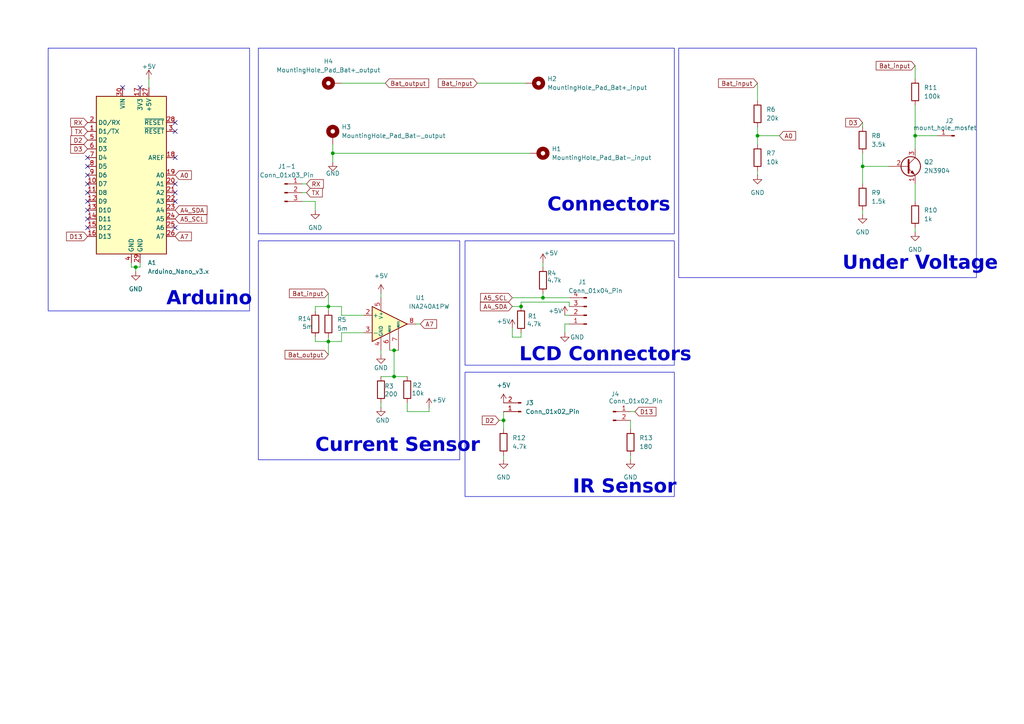
<source format=kicad_sch>
(kicad_sch
	(version 20231120)
	(generator "eeschema")
	(generator_version "8.0")
	(uuid "47cc8b4c-5906-4067-9eaa-58854c6f6e5e")
	(paper "A4")
	(title_block
		(title "Controler")
		(date "2024-11-28")
		(rev "1.0")
	)
	(lib_symbols
		(symbol "+5V_1"
			(power)
			(pin_numbers hide)
			(pin_names
				(offset 0) hide)
			(exclude_from_sim no)
			(in_bom yes)
			(on_board yes)
			(property "Reference" "#PWR"
				(at 0 -3.81 0)
				(effects
					(font
						(size 1.27 1.27)
					)
					(hide yes)
				)
			)
			(property "Value" "+5V"
				(at 0 3.556 0)
				(effects
					(font
						(size 1.27 1.27)
					)
				)
			)
			(property "Footprint" ""
				(at 0 0 0)
				(effects
					(font
						(size 1.27 1.27)
					)
					(hide yes)
				)
			)
			(property "Datasheet" ""
				(at 0 0 0)
				(effects
					(font
						(size 1.27 1.27)
					)
					(hide yes)
				)
			)
			(property "Description" "Power symbol creates a global label with name \"+5V\""
				(at 0 0 0)
				(effects
					(font
						(size 1.27 1.27)
					)
					(hide yes)
				)
			)
			(property "ki_keywords" "global power"
				(at 0 0 0)
				(effects
					(font
						(size 1.27 1.27)
					)
					(hide yes)
				)
			)
			(symbol "+5V_1_0_1"
				(polyline
					(pts
						(xy -0.762 1.27) (xy 0 2.54)
					)
					(stroke
						(width 0)
						(type default)
					)
					(fill
						(type none)
					)
				)
				(polyline
					(pts
						(xy 0 0) (xy 0 2.54)
					)
					(stroke
						(width 0)
						(type default)
					)
					(fill
						(type none)
					)
				)
				(polyline
					(pts
						(xy 0 2.54) (xy 0.762 1.27)
					)
					(stroke
						(width 0)
						(type default)
					)
					(fill
						(type none)
					)
				)
			)
			(symbol "+5V_1_1_1"
				(pin power_in line
					(at 0 0 90)
					(length 0)
					(name "~"
						(effects
							(font
								(size 1.27 1.27)
							)
						)
					)
					(number "1"
						(effects
							(font
								(size 1.27 1.27)
							)
						)
					)
				)
			)
		)
		(symbol "Amplifier_Current:INA240A1PW"
			(pin_names
				(offset 0.127)
			)
			(exclude_from_sim no)
			(in_bom yes)
			(on_board yes)
			(property "Reference" "U"
				(at 3.81 3.81 0)
				(effects
					(font
						(size 1.27 1.27)
					)
					(justify left)
				)
			)
			(property "Value" "INA240A1PW"
				(at 3.81 -2.54 0)
				(effects
					(font
						(size 1.27 1.27)
					)
					(justify left)
				)
			)
			(property "Footprint" "Package_SO:TSSOP-8_4.4x3mm_P0.65mm"
				(at 0 -16.51 0)
				(effects
					(font
						(size 1.27 1.27)
					)
					(hide yes)
				)
			)
			(property "Datasheet" "http://www.ti.com/lit/ds/symlink/ina240.pdf"
				(at 3.81 3.81 0)
				(effects
					(font
						(size 1.27 1.27)
					)
					(hide yes)
				)
			)
			(property "Description" "High- and Low-Side, Bidirectional, Zero-Drift, Current-Sense Amplifier With Enhanced PWM Rejection, 20V/V, TSSOP-8"
				(at 0 0 0)
				(effects
					(font
						(size 1.27 1.27)
					)
					(hide yes)
				)
			)
			(property "ki_keywords" "current monitor shunt sensor bidirectional high low"
				(at 0 0 0)
				(effects
					(font
						(size 1.27 1.27)
					)
					(hide yes)
				)
			)
			(property "ki_fp_filters" "TSSOP*4.4x3mm*P0.65mm*"
				(at 0 0 0)
				(effects
					(font
						(size 1.27 1.27)
					)
					(hide yes)
				)
			)
			(symbol "INA240A1PW_0_1"
				(polyline
					(pts
						(xy 5.08 0) (xy -5.08 5.08) (xy -5.08 -5.08) (xy 5.08 0)
					)
					(stroke
						(width 0.254)
						(type default)
					)
					(fill
						(type background)
					)
				)
			)
			(symbol "INA240A1PW_1_1"
				(pin passive line
					(at -2.54 -7.62 90)
					(length 3.81) hide
					(name "GND"
						(effects
							(font
								(size 1.016 1.016)
							)
						)
					)
					(number "1"
						(effects
							(font
								(size 1.27 1.27)
							)
						)
					)
				)
				(pin input line
					(at -7.62 2.54 0)
					(length 2.54)
					(name "+"
						(effects
							(font
								(size 1.27 1.27)
							)
						)
					)
					(number "2"
						(effects
							(font
								(size 1.27 1.27)
							)
						)
					)
				)
				(pin input line
					(at -7.62 -2.54 0)
					(length 2.54)
					(name "-"
						(effects
							(font
								(size 1.27 1.27)
							)
						)
					)
					(number "3"
						(effects
							(font
								(size 1.27 1.27)
							)
						)
					)
				)
				(pin power_in line
					(at -2.54 -7.62 90)
					(length 3.81)
					(name "GND"
						(effects
							(font
								(size 1.016 1.016)
							)
						)
					)
					(number "4"
						(effects
							(font
								(size 1.27 1.27)
							)
						)
					)
				)
				(pin power_in line
					(at -2.54 7.62 270)
					(length 3.81)
					(name "V+"
						(effects
							(font
								(size 1.016 1.016)
							)
						)
					)
					(number "5"
						(effects
							(font
								(size 1.27 1.27)
							)
						)
					)
				)
				(pin passive line
					(at 0 -7.62 90)
					(length 5.08)
					(name "REF2"
						(effects
							(font
								(size 0.508 0.508)
							)
						)
					)
					(number "6"
						(effects
							(font
								(size 1.27 1.27)
							)
						)
					)
				)
				(pin passive line
					(at 2.54 -7.62 90)
					(length 6.35)
					(name "REF1"
						(effects
							(font
								(size 0.508 0.508)
							)
						)
					)
					(number "7"
						(effects
							(font
								(size 1.27 1.27)
							)
						)
					)
				)
				(pin output line
					(at 7.62 0 180)
					(length 2.54)
					(name "~"
						(effects
							(font
								(size 1.27 1.27)
							)
						)
					)
					(number "8"
						(effects
							(font
								(size 1.27 1.27)
							)
						)
					)
				)
			)
		)
		(symbol "Connector:Conn_01x01_Pin"
			(pin_names
				(offset 1.016) hide)
			(exclude_from_sim no)
			(in_bom yes)
			(on_board yes)
			(property "Reference" "J"
				(at 0 2.54 0)
				(effects
					(font
						(size 1.27 1.27)
					)
				)
			)
			(property "Value" "Conn_01x01_Pin"
				(at 0 -2.54 0)
				(effects
					(font
						(size 1.27 1.27)
					)
				)
			)
			(property "Footprint" ""
				(at 0 0 0)
				(effects
					(font
						(size 1.27 1.27)
					)
					(hide yes)
				)
			)
			(property "Datasheet" "~"
				(at 0 0 0)
				(effects
					(font
						(size 1.27 1.27)
					)
					(hide yes)
				)
			)
			(property "Description" "Generic connector, single row, 01x01, script generated"
				(at 0 0 0)
				(effects
					(font
						(size 1.27 1.27)
					)
					(hide yes)
				)
			)
			(property "ki_locked" ""
				(at 0 0 0)
				(effects
					(font
						(size 1.27 1.27)
					)
				)
			)
			(property "ki_keywords" "connector"
				(at 0 0 0)
				(effects
					(font
						(size 1.27 1.27)
					)
					(hide yes)
				)
			)
			(property "ki_fp_filters" "Connector*:*_1x??_*"
				(at 0 0 0)
				(effects
					(font
						(size 1.27 1.27)
					)
					(hide yes)
				)
			)
			(symbol "Conn_01x01_Pin_1_1"
				(polyline
					(pts
						(xy 1.27 0) (xy 0.8636 0)
					)
					(stroke
						(width 0.1524)
						(type default)
					)
					(fill
						(type none)
					)
				)
				(rectangle
					(start 0.8636 0.127)
					(end 0 -0.127)
					(stroke
						(width 0.1524)
						(type default)
					)
					(fill
						(type outline)
					)
				)
				(pin passive line
					(at 5.08 0 180)
					(length 3.81)
					(name "Pin_1"
						(effects
							(font
								(size 1.27 1.27)
							)
						)
					)
					(number "1"
						(effects
							(font
								(size 1.27 1.27)
							)
						)
					)
				)
			)
		)
		(symbol "Connector:Conn_01x02_Pin"
			(pin_names
				(offset 1.016) hide)
			(exclude_from_sim no)
			(in_bom yes)
			(on_board yes)
			(property "Reference" "J"
				(at 0 2.54 0)
				(effects
					(font
						(size 1.27 1.27)
					)
				)
			)
			(property "Value" "Conn_01x02_Pin"
				(at 0 -5.08 0)
				(effects
					(font
						(size 1.27 1.27)
					)
				)
			)
			(property "Footprint" ""
				(at 0 0 0)
				(effects
					(font
						(size 1.27 1.27)
					)
					(hide yes)
				)
			)
			(property "Datasheet" "~"
				(at 0 0 0)
				(effects
					(font
						(size 1.27 1.27)
					)
					(hide yes)
				)
			)
			(property "Description" "Generic connector, single row, 01x02, script generated"
				(at 0 0 0)
				(effects
					(font
						(size 1.27 1.27)
					)
					(hide yes)
				)
			)
			(property "ki_locked" ""
				(at 0 0 0)
				(effects
					(font
						(size 1.27 1.27)
					)
				)
			)
			(property "ki_keywords" "connector"
				(at 0 0 0)
				(effects
					(font
						(size 1.27 1.27)
					)
					(hide yes)
				)
			)
			(property "ki_fp_filters" "Connector*:*_1x??_*"
				(at 0 0 0)
				(effects
					(font
						(size 1.27 1.27)
					)
					(hide yes)
				)
			)
			(symbol "Conn_01x02_Pin_1_1"
				(polyline
					(pts
						(xy 1.27 -2.54) (xy 0.8636 -2.54)
					)
					(stroke
						(width 0.1524)
						(type default)
					)
					(fill
						(type none)
					)
				)
				(polyline
					(pts
						(xy 1.27 0) (xy 0.8636 0)
					)
					(stroke
						(width 0.1524)
						(type default)
					)
					(fill
						(type none)
					)
				)
				(rectangle
					(start 0.8636 -2.413)
					(end 0 -2.667)
					(stroke
						(width 0.1524)
						(type default)
					)
					(fill
						(type outline)
					)
				)
				(rectangle
					(start 0.8636 0.127)
					(end 0 -0.127)
					(stroke
						(width 0.1524)
						(type default)
					)
					(fill
						(type outline)
					)
				)
				(pin passive line
					(at 5.08 0 180)
					(length 3.81)
					(name "Pin_1"
						(effects
							(font
								(size 1.27 1.27)
							)
						)
					)
					(number "1"
						(effects
							(font
								(size 1.27 1.27)
							)
						)
					)
				)
				(pin passive line
					(at 5.08 -2.54 180)
					(length 3.81)
					(name "Pin_2"
						(effects
							(font
								(size 1.27 1.27)
							)
						)
					)
					(number "2"
						(effects
							(font
								(size 1.27 1.27)
							)
						)
					)
				)
			)
		)
		(symbol "Connector:Conn_01x03_Pin"
			(pin_names
				(offset 1.016) hide)
			(exclude_from_sim no)
			(in_bom yes)
			(on_board yes)
			(property "Reference" "J"
				(at 0 5.08 0)
				(effects
					(font
						(size 1.27 1.27)
					)
				)
			)
			(property "Value" "Conn_01x03_Pin"
				(at 0 -5.08 0)
				(effects
					(font
						(size 1.27 1.27)
					)
				)
			)
			(property "Footprint" ""
				(at 0 0 0)
				(effects
					(font
						(size 1.27 1.27)
					)
					(hide yes)
				)
			)
			(property "Datasheet" "~"
				(at 0 0 0)
				(effects
					(font
						(size 1.27 1.27)
					)
					(hide yes)
				)
			)
			(property "Description" "Generic connector, single row, 01x03, script generated"
				(at 0 0 0)
				(effects
					(font
						(size 1.27 1.27)
					)
					(hide yes)
				)
			)
			(property "ki_locked" ""
				(at 0 0 0)
				(effects
					(font
						(size 1.27 1.27)
					)
				)
			)
			(property "ki_keywords" "connector"
				(at 0 0 0)
				(effects
					(font
						(size 1.27 1.27)
					)
					(hide yes)
				)
			)
			(property "ki_fp_filters" "Connector*:*_1x??_*"
				(at 0 0 0)
				(effects
					(font
						(size 1.27 1.27)
					)
					(hide yes)
				)
			)
			(symbol "Conn_01x03_Pin_1_1"
				(polyline
					(pts
						(xy 1.27 -2.54) (xy 0.8636 -2.54)
					)
					(stroke
						(width 0.1524)
						(type default)
					)
					(fill
						(type none)
					)
				)
				(polyline
					(pts
						(xy 1.27 0) (xy 0.8636 0)
					)
					(stroke
						(width 0.1524)
						(type default)
					)
					(fill
						(type none)
					)
				)
				(polyline
					(pts
						(xy 1.27 2.54) (xy 0.8636 2.54)
					)
					(stroke
						(width 0.1524)
						(type default)
					)
					(fill
						(type none)
					)
				)
				(rectangle
					(start 0.8636 -2.413)
					(end 0 -2.667)
					(stroke
						(width 0.1524)
						(type default)
					)
					(fill
						(type outline)
					)
				)
				(rectangle
					(start 0.8636 0.127)
					(end 0 -0.127)
					(stroke
						(width 0.1524)
						(type default)
					)
					(fill
						(type outline)
					)
				)
				(rectangle
					(start 0.8636 2.667)
					(end 0 2.413)
					(stroke
						(width 0.1524)
						(type default)
					)
					(fill
						(type outline)
					)
				)
				(pin passive line
					(at 5.08 2.54 180)
					(length 3.81)
					(name "Pin_1"
						(effects
							(font
								(size 1.27 1.27)
							)
						)
					)
					(number "1"
						(effects
							(font
								(size 1.27 1.27)
							)
						)
					)
				)
				(pin passive line
					(at 5.08 0 180)
					(length 3.81)
					(name "Pin_2"
						(effects
							(font
								(size 1.27 1.27)
							)
						)
					)
					(number "2"
						(effects
							(font
								(size 1.27 1.27)
							)
						)
					)
				)
				(pin passive line
					(at 5.08 -2.54 180)
					(length 3.81)
					(name "Pin_3"
						(effects
							(font
								(size 1.27 1.27)
							)
						)
					)
					(number "3"
						(effects
							(font
								(size 1.27 1.27)
							)
						)
					)
				)
			)
		)
		(symbol "Connector:Conn_01x04_Pin"
			(pin_names
				(offset 1.016) hide)
			(exclude_from_sim no)
			(in_bom yes)
			(on_board yes)
			(property "Reference" "J"
				(at 0 5.08 0)
				(effects
					(font
						(size 1.27 1.27)
					)
				)
			)
			(property "Value" "Conn_01x04_Pin"
				(at 0 -7.62 0)
				(effects
					(font
						(size 1.27 1.27)
					)
				)
			)
			(property "Footprint" ""
				(at 0 0 0)
				(effects
					(font
						(size 1.27 1.27)
					)
					(hide yes)
				)
			)
			(property "Datasheet" "~"
				(at 0 0 0)
				(effects
					(font
						(size 1.27 1.27)
					)
					(hide yes)
				)
			)
			(property "Description" "Generic connector, single row, 01x04, script generated"
				(at 0 0 0)
				(effects
					(font
						(size 1.27 1.27)
					)
					(hide yes)
				)
			)
			(property "ki_locked" ""
				(at 0 0 0)
				(effects
					(font
						(size 1.27 1.27)
					)
				)
			)
			(property "ki_keywords" "connector"
				(at 0 0 0)
				(effects
					(font
						(size 1.27 1.27)
					)
					(hide yes)
				)
			)
			(property "ki_fp_filters" "Connector*:*_1x??_*"
				(at 0 0 0)
				(effects
					(font
						(size 1.27 1.27)
					)
					(hide yes)
				)
			)
			(symbol "Conn_01x04_Pin_1_1"
				(polyline
					(pts
						(xy 1.27 -5.08) (xy 0.8636 -5.08)
					)
					(stroke
						(width 0.1524)
						(type default)
					)
					(fill
						(type none)
					)
				)
				(polyline
					(pts
						(xy 1.27 -2.54) (xy 0.8636 -2.54)
					)
					(stroke
						(width 0.1524)
						(type default)
					)
					(fill
						(type none)
					)
				)
				(polyline
					(pts
						(xy 1.27 0) (xy 0.8636 0)
					)
					(stroke
						(width 0.1524)
						(type default)
					)
					(fill
						(type none)
					)
				)
				(polyline
					(pts
						(xy 1.27 2.54) (xy 0.8636 2.54)
					)
					(stroke
						(width 0.1524)
						(type default)
					)
					(fill
						(type none)
					)
				)
				(rectangle
					(start 0.8636 -4.953)
					(end 0 -5.207)
					(stroke
						(width 0.1524)
						(type default)
					)
					(fill
						(type outline)
					)
				)
				(rectangle
					(start 0.8636 -2.413)
					(end 0 -2.667)
					(stroke
						(width 0.1524)
						(type default)
					)
					(fill
						(type outline)
					)
				)
				(rectangle
					(start 0.8636 0.127)
					(end 0 -0.127)
					(stroke
						(width 0.1524)
						(type default)
					)
					(fill
						(type outline)
					)
				)
				(rectangle
					(start 0.8636 2.667)
					(end 0 2.413)
					(stroke
						(width 0.1524)
						(type default)
					)
					(fill
						(type outline)
					)
				)
				(pin passive line
					(at 5.08 2.54 180)
					(length 3.81)
					(name "Pin_1"
						(effects
							(font
								(size 1.27 1.27)
							)
						)
					)
					(number "1"
						(effects
							(font
								(size 1.27 1.27)
							)
						)
					)
				)
				(pin passive line
					(at 5.08 0 180)
					(length 3.81)
					(name "Pin_2"
						(effects
							(font
								(size 1.27 1.27)
							)
						)
					)
					(number "2"
						(effects
							(font
								(size 1.27 1.27)
							)
						)
					)
				)
				(pin passive line
					(at 5.08 -2.54 180)
					(length 3.81)
					(name "Pin_3"
						(effects
							(font
								(size 1.27 1.27)
							)
						)
					)
					(number "3"
						(effects
							(font
								(size 1.27 1.27)
							)
						)
					)
				)
				(pin passive line
					(at 5.08 -5.08 180)
					(length 3.81)
					(name "Pin_4"
						(effects
							(font
								(size 1.27 1.27)
							)
						)
					)
					(number "4"
						(effects
							(font
								(size 1.27 1.27)
							)
						)
					)
				)
			)
		)
		(symbol "Device:R"
			(pin_numbers hide)
			(pin_names
				(offset 0)
			)
			(exclude_from_sim no)
			(in_bom yes)
			(on_board yes)
			(property "Reference" "R"
				(at 2.032 0 90)
				(effects
					(font
						(size 1.27 1.27)
					)
				)
			)
			(property "Value" "R"
				(at 0 0 90)
				(effects
					(font
						(size 1.27 1.27)
					)
				)
			)
			(property "Footprint" ""
				(at -1.778 0 90)
				(effects
					(font
						(size 1.27 1.27)
					)
					(hide yes)
				)
			)
			(property "Datasheet" "~"
				(at 0 0 0)
				(effects
					(font
						(size 1.27 1.27)
					)
					(hide yes)
				)
			)
			(property "Description" "Resistor"
				(at 0 0 0)
				(effects
					(font
						(size 1.27 1.27)
					)
					(hide yes)
				)
			)
			(property "ki_keywords" "R res resistor"
				(at 0 0 0)
				(effects
					(font
						(size 1.27 1.27)
					)
					(hide yes)
				)
			)
			(property "ki_fp_filters" "R_*"
				(at 0 0 0)
				(effects
					(font
						(size 1.27 1.27)
					)
					(hide yes)
				)
			)
			(symbol "R_0_1"
				(rectangle
					(start -1.016 -2.54)
					(end 1.016 2.54)
					(stroke
						(width 0.254)
						(type default)
					)
					(fill
						(type none)
					)
				)
			)
			(symbol "R_1_1"
				(pin passive line
					(at 0 3.81 270)
					(length 1.27)
					(name "~"
						(effects
							(font
								(size 1.27 1.27)
							)
						)
					)
					(number "1"
						(effects
							(font
								(size 1.27 1.27)
							)
						)
					)
				)
				(pin passive line
					(at 0 -3.81 90)
					(length 1.27)
					(name "~"
						(effects
							(font
								(size 1.27 1.27)
							)
						)
					)
					(number "2"
						(effects
							(font
								(size 1.27 1.27)
							)
						)
					)
				)
			)
		)
		(symbol "GND_1"
			(power)
			(pin_numbers hide)
			(pin_names
				(offset 0) hide)
			(exclude_from_sim no)
			(in_bom yes)
			(on_board yes)
			(property "Reference" "#PWR"
				(at 0 -6.35 0)
				(effects
					(font
						(size 1.27 1.27)
					)
					(hide yes)
				)
			)
			(property "Value" "GND"
				(at 0 -3.81 0)
				(effects
					(font
						(size 1.27 1.27)
					)
				)
			)
			(property "Footprint" ""
				(at 0 0 0)
				(effects
					(font
						(size 1.27 1.27)
					)
					(hide yes)
				)
			)
			(property "Datasheet" ""
				(at 0 0 0)
				(effects
					(font
						(size 1.27 1.27)
					)
					(hide yes)
				)
			)
			(property "Description" "Power symbol creates a global label with name \"GND\" , ground"
				(at 0 0 0)
				(effects
					(font
						(size 1.27 1.27)
					)
					(hide yes)
				)
			)
			(property "ki_keywords" "global power"
				(at 0 0 0)
				(effects
					(font
						(size 1.27 1.27)
					)
					(hide yes)
				)
			)
			(symbol "GND_1_0_1"
				(polyline
					(pts
						(xy 0 0) (xy 0 -1.27) (xy 1.27 -1.27) (xy 0 -2.54) (xy -1.27 -1.27) (xy 0 -1.27)
					)
					(stroke
						(width 0)
						(type default)
					)
					(fill
						(type none)
					)
				)
			)
			(symbol "GND_1_1_1"
				(pin power_in line
					(at 0 0 270)
					(length 0)
					(name "~"
						(effects
							(font
								(size 1.27 1.27)
							)
						)
					)
					(number "1"
						(effects
							(font
								(size 1.27 1.27)
							)
						)
					)
				)
			)
		)
		(symbol "GND_2"
			(power)
			(pin_numbers hide)
			(pin_names
				(offset 0) hide)
			(exclude_from_sim no)
			(in_bom yes)
			(on_board yes)
			(property "Reference" "#PWR"
				(at 0 -6.35 0)
				(effects
					(font
						(size 1.27 1.27)
					)
					(hide yes)
				)
			)
			(property "Value" "GND"
				(at 0 -3.81 0)
				(effects
					(font
						(size 1.27 1.27)
					)
				)
			)
			(property "Footprint" ""
				(at 0 0 0)
				(effects
					(font
						(size 1.27 1.27)
					)
					(hide yes)
				)
			)
			(property "Datasheet" ""
				(at 0 0 0)
				(effects
					(font
						(size 1.27 1.27)
					)
					(hide yes)
				)
			)
			(property "Description" "Power symbol creates a global label with name \"GND\" , ground"
				(at 0 0 0)
				(effects
					(font
						(size 1.27 1.27)
					)
					(hide yes)
				)
			)
			(property "ki_keywords" "global power"
				(at 0 0 0)
				(effects
					(font
						(size 1.27 1.27)
					)
					(hide yes)
				)
			)
			(symbol "GND_2_0_1"
				(polyline
					(pts
						(xy 0 0) (xy 0 -1.27) (xy 1.27 -1.27) (xy 0 -2.54) (xy -1.27 -1.27) (xy 0 -1.27)
					)
					(stroke
						(width 0)
						(type default)
					)
					(fill
						(type none)
					)
				)
			)
			(symbol "GND_2_1_1"
				(pin power_in line
					(at 0 0 270)
					(length 0)
					(name "~"
						(effects
							(font
								(size 1.27 1.27)
							)
						)
					)
					(number "1"
						(effects
							(font
								(size 1.27 1.27)
							)
						)
					)
				)
			)
		)
		(symbol "GND_3"
			(power)
			(pin_numbers hide)
			(pin_names
				(offset 0) hide)
			(exclude_from_sim no)
			(in_bom yes)
			(on_board yes)
			(property "Reference" "#PWR"
				(at 0 -6.35 0)
				(effects
					(font
						(size 1.27 1.27)
					)
					(hide yes)
				)
			)
			(property "Value" "GND"
				(at 0 -3.81 0)
				(effects
					(font
						(size 1.27 1.27)
					)
				)
			)
			(property "Footprint" ""
				(at 0 0 0)
				(effects
					(font
						(size 1.27 1.27)
					)
					(hide yes)
				)
			)
			(property "Datasheet" ""
				(at 0 0 0)
				(effects
					(font
						(size 1.27 1.27)
					)
					(hide yes)
				)
			)
			(property "Description" "Power symbol creates a global label with name \"GND\" , ground"
				(at 0 0 0)
				(effects
					(font
						(size 1.27 1.27)
					)
					(hide yes)
				)
			)
			(property "ki_keywords" "global power"
				(at 0 0 0)
				(effects
					(font
						(size 1.27 1.27)
					)
					(hide yes)
				)
			)
			(symbol "GND_3_0_1"
				(polyline
					(pts
						(xy 0 0) (xy 0 -1.27) (xy 1.27 -1.27) (xy 0 -2.54) (xy -1.27 -1.27) (xy 0 -1.27)
					)
					(stroke
						(width 0)
						(type default)
					)
					(fill
						(type none)
					)
				)
			)
			(symbol "GND_3_1_1"
				(pin power_in line
					(at 0 0 270)
					(length 0)
					(name "~"
						(effects
							(font
								(size 1.27 1.27)
							)
						)
					)
					(number "1"
						(effects
							(font
								(size 1.27 1.27)
							)
						)
					)
				)
			)
		)
		(symbol "GND_4"
			(power)
			(pin_numbers hide)
			(pin_names
				(offset 0) hide)
			(exclude_from_sim no)
			(in_bom yes)
			(on_board yes)
			(property "Reference" "#PWR"
				(at 0 -6.35 0)
				(effects
					(font
						(size 1.27 1.27)
					)
					(hide yes)
				)
			)
			(property "Value" "GND"
				(at 0 -3.81 0)
				(effects
					(font
						(size 1.27 1.27)
					)
				)
			)
			(property "Footprint" ""
				(at 0 0 0)
				(effects
					(font
						(size 1.27 1.27)
					)
					(hide yes)
				)
			)
			(property "Datasheet" ""
				(at 0 0 0)
				(effects
					(font
						(size 1.27 1.27)
					)
					(hide yes)
				)
			)
			(property "Description" "Power symbol creates a global label with name \"GND\" , ground"
				(at 0 0 0)
				(effects
					(font
						(size 1.27 1.27)
					)
					(hide yes)
				)
			)
			(property "ki_keywords" "global power"
				(at 0 0 0)
				(effects
					(font
						(size 1.27 1.27)
					)
					(hide yes)
				)
			)
			(symbol "GND_4_0_1"
				(polyline
					(pts
						(xy 0 0) (xy 0 -1.27) (xy 1.27 -1.27) (xy 0 -2.54) (xy -1.27 -1.27) (xy 0 -1.27)
					)
					(stroke
						(width 0)
						(type default)
					)
					(fill
						(type none)
					)
				)
			)
			(symbol "GND_4_1_1"
				(pin power_in line
					(at 0 0 270)
					(length 0)
					(name "~"
						(effects
							(font
								(size 1.27 1.27)
							)
						)
					)
					(number "1"
						(effects
							(font
								(size 1.27 1.27)
							)
						)
					)
				)
			)
		)
		(symbol "GND_5"
			(power)
			(pin_numbers hide)
			(pin_names
				(offset 0) hide)
			(exclude_from_sim no)
			(in_bom yes)
			(on_board yes)
			(property "Reference" "#PWR"
				(at 0 -6.35 0)
				(effects
					(font
						(size 1.27 1.27)
					)
					(hide yes)
				)
			)
			(property "Value" "GND"
				(at 0 -3.81 0)
				(effects
					(font
						(size 1.27 1.27)
					)
				)
			)
			(property "Footprint" ""
				(at 0 0 0)
				(effects
					(font
						(size 1.27 1.27)
					)
					(hide yes)
				)
			)
			(property "Datasheet" ""
				(at 0 0 0)
				(effects
					(font
						(size 1.27 1.27)
					)
					(hide yes)
				)
			)
			(property "Description" "Power symbol creates a global label with name \"GND\" , ground"
				(at 0 0 0)
				(effects
					(font
						(size 1.27 1.27)
					)
					(hide yes)
				)
			)
			(property "ki_keywords" "global power"
				(at 0 0 0)
				(effects
					(font
						(size 1.27 1.27)
					)
					(hide yes)
				)
			)
			(symbol "GND_5_0_1"
				(polyline
					(pts
						(xy 0 0) (xy 0 -1.27) (xy 1.27 -1.27) (xy 0 -2.54) (xy -1.27 -1.27) (xy 0 -1.27)
					)
					(stroke
						(width 0)
						(type default)
					)
					(fill
						(type none)
					)
				)
			)
			(symbol "GND_5_1_1"
				(pin power_in line
					(at 0 0 270)
					(length 0)
					(name "~"
						(effects
							(font
								(size 1.27 1.27)
							)
						)
					)
					(number "1"
						(effects
							(font
								(size 1.27 1.27)
							)
						)
					)
				)
			)
		)
		(symbol "MCU_Module:Arduino_Nano_v3.x"
			(exclude_from_sim no)
			(in_bom yes)
			(on_board yes)
			(property "Reference" "A"
				(at -10.16 23.495 0)
				(effects
					(font
						(size 1.27 1.27)
					)
					(justify left bottom)
				)
			)
			(property "Value" "Arduino_Nano_v3.x"
				(at 5.08 -24.13 0)
				(effects
					(font
						(size 1.27 1.27)
					)
					(justify left top)
				)
			)
			(property "Footprint" "Module:Arduino_Nano"
				(at 0 0 0)
				(effects
					(font
						(size 1.27 1.27)
						(italic yes)
					)
					(hide yes)
				)
			)
			(property "Datasheet" "http://www.mouser.com/pdfdocs/Gravitech_Arduino_Nano3_0.pdf"
				(at 0 0 0)
				(effects
					(font
						(size 1.27 1.27)
					)
					(hide yes)
				)
			)
			(property "Description" "Arduino Nano v3.x"
				(at 0 0 0)
				(effects
					(font
						(size 1.27 1.27)
					)
					(hide yes)
				)
			)
			(property "ki_keywords" "Arduino nano microcontroller module USB"
				(at 0 0 0)
				(effects
					(font
						(size 1.27 1.27)
					)
					(hide yes)
				)
			)
			(property "ki_fp_filters" "Arduino*Nano*"
				(at 0 0 0)
				(effects
					(font
						(size 1.27 1.27)
					)
					(hide yes)
				)
			)
			(symbol "Arduino_Nano_v3.x_0_1"
				(rectangle
					(start -10.16 22.86)
					(end 10.16 -22.86)
					(stroke
						(width 0.254)
						(type default)
					)
					(fill
						(type background)
					)
				)
			)
			(symbol "Arduino_Nano_v3.x_1_1"
				(pin bidirectional line
					(at -12.7 12.7 0)
					(length 2.54)
					(name "D1/TX"
						(effects
							(font
								(size 1.27 1.27)
							)
						)
					)
					(number "1"
						(effects
							(font
								(size 1.27 1.27)
							)
						)
					)
				)
				(pin bidirectional line
					(at -12.7 -2.54 0)
					(length 2.54)
					(name "D7"
						(effects
							(font
								(size 1.27 1.27)
							)
						)
					)
					(number "10"
						(effects
							(font
								(size 1.27 1.27)
							)
						)
					)
				)
				(pin bidirectional line
					(at -12.7 -5.08 0)
					(length 2.54)
					(name "D8"
						(effects
							(font
								(size 1.27 1.27)
							)
						)
					)
					(number "11"
						(effects
							(font
								(size 1.27 1.27)
							)
						)
					)
				)
				(pin bidirectional line
					(at -12.7 -7.62 0)
					(length 2.54)
					(name "D9"
						(effects
							(font
								(size 1.27 1.27)
							)
						)
					)
					(number "12"
						(effects
							(font
								(size 1.27 1.27)
							)
						)
					)
				)
				(pin bidirectional line
					(at -12.7 -10.16 0)
					(length 2.54)
					(name "D10"
						(effects
							(font
								(size 1.27 1.27)
							)
						)
					)
					(number "13"
						(effects
							(font
								(size 1.27 1.27)
							)
						)
					)
				)
				(pin bidirectional line
					(at -12.7 -12.7 0)
					(length 2.54)
					(name "D11"
						(effects
							(font
								(size 1.27 1.27)
							)
						)
					)
					(number "14"
						(effects
							(font
								(size 1.27 1.27)
							)
						)
					)
				)
				(pin bidirectional line
					(at -12.7 -15.24 0)
					(length 2.54)
					(name "D12"
						(effects
							(font
								(size 1.27 1.27)
							)
						)
					)
					(number "15"
						(effects
							(font
								(size 1.27 1.27)
							)
						)
					)
				)
				(pin bidirectional line
					(at -12.7 -17.78 0)
					(length 2.54)
					(name "D13"
						(effects
							(font
								(size 1.27 1.27)
							)
						)
					)
					(number "16"
						(effects
							(font
								(size 1.27 1.27)
							)
						)
					)
				)
				(pin power_out line
					(at 2.54 25.4 270)
					(length 2.54)
					(name "3V3"
						(effects
							(font
								(size 1.27 1.27)
							)
						)
					)
					(number "17"
						(effects
							(font
								(size 1.27 1.27)
							)
						)
					)
				)
				(pin input line
					(at 12.7 5.08 180)
					(length 2.54)
					(name "AREF"
						(effects
							(font
								(size 1.27 1.27)
							)
						)
					)
					(number "18"
						(effects
							(font
								(size 1.27 1.27)
							)
						)
					)
				)
				(pin bidirectional line
					(at 12.7 0 180)
					(length 2.54)
					(name "A0"
						(effects
							(font
								(size 1.27 1.27)
							)
						)
					)
					(number "19"
						(effects
							(font
								(size 1.27 1.27)
							)
						)
					)
				)
				(pin bidirectional line
					(at -12.7 15.24 0)
					(length 2.54)
					(name "D0/RX"
						(effects
							(font
								(size 1.27 1.27)
							)
						)
					)
					(number "2"
						(effects
							(font
								(size 1.27 1.27)
							)
						)
					)
				)
				(pin bidirectional line
					(at 12.7 -2.54 180)
					(length 2.54)
					(name "A1"
						(effects
							(font
								(size 1.27 1.27)
							)
						)
					)
					(number "20"
						(effects
							(font
								(size 1.27 1.27)
							)
						)
					)
				)
				(pin bidirectional line
					(at 12.7 -5.08 180)
					(length 2.54)
					(name "A2"
						(effects
							(font
								(size 1.27 1.27)
							)
						)
					)
					(number "21"
						(effects
							(font
								(size 1.27 1.27)
							)
						)
					)
				)
				(pin bidirectional line
					(at 12.7 -7.62 180)
					(length 2.54)
					(name "A3"
						(effects
							(font
								(size 1.27 1.27)
							)
						)
					)
					(number "22"
						(effects
							(font
								(size 1.27 1.27)
							)
						)
					)
				)
				(pin bidirectional line
					(at 12.7 -10.16 180)
					(length 2.54)
					(name "A4"
						(effects
							(font
								(size 1.27 1.27)
							)
						)
					)
					(number "23"
						(effects
							(font
								(size 1.27 1.27)
							)
						)
					)
				)
				(pin bidirectional line
					(at 12.7 -12.7 180)
					(length 2.54)
					(name "A5"
						(effects
							(font
								(size 1.27 1.27)
							)
						)
					)
					(number "24"
						(effects
							(font
								(size 1.27 1.27)
							)
						)
					)
				)
				(pin bidirectional line
					(at 12.7 -15.24 180)
					(length 2.54)
					(name "A6"
						(effects
							(font
								(size 1.27 1.27)
							)
						)
					)
					(number "25"
						(effects
							(font
								(size 1.27 1.27)
							)
						)
					)
				)
				(pin bidirectional line
					(at 12.7 -17.78 180)
					(length 2.54)
					(name "A7"
						(effects
							(font
								(size 1.27 1.27)
							)
						)
					)
					(number "26"
						(effects
							(font
								(size 1.27 1.27)
							)
						)
					)
				)
				(pin power_out line
					(at 5.08 25.4 270)
					(length 2.54)
					(name "+5V"
						(effects
							(font
								(size 1.27 1.27)
							)
						)
					)
					(number "27"
						(effects
							(font
								(size 1.27 1.27)
							)
						)
					)
				)
				(pin input line
					(at 12.7 15.24 180)
					(length 2.54)
					(name "~{RESET}"
						(effects
							(font
								(size 1.27 1.27)
							)
						)
					)
					(number "28"
						(effects
							(font
								(size 1.27 1.27)
							)
						)
					)
				)
				(pin power_in line
					(at 2.54 -25.4 90)
					(length 2.54)
					(name "GND"
						(effects
							(font
								(size 1.27 1.27)
							)
						)
					)
					(number "29"
						(effects
							(font
								(size 1.27 1.27)
							)
						)
					)
				)
				(pin input line
					(at 12.7 12.7 180)
					(length 2.54)
					(name "~{RESET}"
						(effects
							(font
								(size 1.27 1.27)
							)
						)
					)
					(number "3"
						(effects
							(font
								(size 1.27 1.27)
							)
						)
					)
				)
				(pin power_in line
					(at -2.54 25.4 270)
					(length 2.54)
					(name "VIN"
						(effects
							(font
								(size 1.27 1.27)
							)
						)
					)
					(number "30"
						(effects
							(font
								(size 1.27 1.27)
							)
						)
					)
				)
				(pin power_in line
					(at 0 -25.4 90)
					(length 2.54)
					(name "GND"
						(effects
							(font
								(size 1.27 1.27)
							)
						)
					)
					(number "4"
						(effects
							(font
								(size 1.27 1.27)
							)
						)
					)
				)
				(pin bidirectional line
					(at -12.7 10.16 0)
					(length 2.54)
					(name "D2"
						(effects
							(font
								(size 1.27 1.27)
							)
						)
					)
					(number "5"
						(effects
							(font
								(size 1.27 1.27)
							)
						)
					)
				)
				(pin bidirectional line
					(at -12.7 7.62 0)
					(length 2.54)
					(name "D3"
						(effects
							(font
								(size 1.27 1.27)
							)
						)
					)
					(number "6"
						(effects
							(font
								(size 1.27 1.27)
							)
						)
					)
				)
				(pin bidirectional line
					(at -12.7 5.08 0)
					(length 2.54)
					(name "D4"
						(effects
							(font
								(size 1.27 1.27)
							)
						)
					)
					(number "7"
						(effects
							(font
								(size 1.27 1.27)
							)
						)
					)
				)
				(pin bidirectional line
					(at -12.7 2.54 0)
					(length 2.54)
					(name "D5"
						(effects
							(font
								(size 1.27 1.27)
							)
						)
					)
					(number "8"
						(effects
							(font
								(size 1.27 1.27)
							)
						)
					)
				)
				(pin bidirectional line
					(at -12.7 0 0)
					(length 2.54)
					(name "D6"
						(effects
							(font
								(size 1.27 1.27)
							)
						)
					)
					(number "9"
						(effects
							(font
								(size 1.27 1.27)
							)
						)
					)
				)
			)
		)
		(symbol "Mechanical:MountingHole_Pad"
			(pin_numbers hide)
			(pin_names
				(offset 1.016) hide)
			(exclude_from_sim no)
			(in_bom yes)
			(on_board yes)
			(property "Reference" "H"
				(at 0 6.35 0)
				(effects
					(font
						(size 1.27 1.27)
					)
				)
			)
			(property "Value" "MountingHole_Pad"
				(at 0 4.445 0)
				(effects
					(font
						(size 1.27 1.27)
					)
				)
			)
			(property "Footprint" ""
				(at 0 0 0)
				(effects
					(font
						(size 1.27 1.27)
					)
					(hide yes)
				)
			)
			(property "Datasheet" "~"
				(at 0 0 0)
				(effects
					(font
						(size 1.27 1.27)
					)
					(hide yes)
				)
			)
			(property "Description" "Mounting Hole with connection"
				(at 0 0 0)
				(effects
					(font
						(size 1.27 1.27)
					)
					(hide yes)
				)
			)
			(property "ki_keywords" "mounting hole"
				(at 0 0 0)
				(effects
					(font
						(size 1.27 1.27)
					)
					(hide yes)
				)
			)
			(property "ki_fp_filters" "MountingHole*Pad*"
				(at 0 0 0)
				(effects
					(font
						(size 1.27 1.27)
					)
					(hide yes)
				)
			)
			(symbol "MountingHole_Pad_0_1"
				(circle
					(center 0 1.27)
					(radius 1.27)
					(stroke
						(width 1.27)
						(type default)
					)
					(fill
						(type none)
					)
				)
			)
			(symbol "MountingHole_Pad_1_1"
				(pin input line
					(at 0 -2.54 90)
					(length 2.54)
					(name "1"
						(effects
							(font
								(size 1.27 1.27)
							)
						)
					)
					(number "1"
						(effects
							(font
								(size 1.27 1.27)
							)
						)
					)
				)
			)
		)
		(symbol "Transistor_BJT:2N3904"
			(pin_names
				(offset 0) hide)
			(exclude_from_sim no)
			(in_bom yes)
			(on_board yes)
			(property "Reference" "Q"
				(at 5.08 1.905 0)
				(effects
					(font
						(size 1.27 1.27)
					)
					(justify left)
				)
			)
			(property "Value" "2N3904"
				(at 5.08 0 0)
				(effects
					(font
						(size 1.27 1.27)
					)
					(justify left)
				)
			)
			(property "Footprint" "Package_TO_SOT_THT:TO-92_Inline"
				(at 5.08 -1.905 0)
				(effects
					(font
						(size 1.27 1.27)
						(italic yes)
					)
					(justify left)
					(hide yes)
				)
			)
			(property "Datasheet" "https://www.onsemi.com/pub/Collateral/2N3903-D.PDF"
				(at 0 0 0)
				(effects
					(font
						(size 1.27 1.27)
					)
					(justify left)
					(hide yes)
				)
			)
			(property "Description" "0.2A Ic, 40V Vce, Small Signal NPN Transistor, TO-92"
				(at 0 0 0)
				(effects
					(font
						(size 1.27 1.27)
					)
					(hide yes)
				)
			)
			(property "ki_keywords" "NPN Transistor"
				(at 0 0 0)
				(effects
					(font
						(size 1.27 1.27)
					)
					(hide yes)
				)
			)
			(property "ki_fp_filters" "TO?92*"
				(at 0 0 0)
				(effects
					(font
						(size 1.27 1.27)
					)
					(hide yes)
				)
			)
			(symbol "2N3904_0_1"
				(polyline
					(pts
						(xy 0.635 0.635) (xy 2.54 2.54)
					)
					(stroke
						(width 0)
						(type default)
					)
					(fill
						(type none)
					)
				)
				(polyline
					(pts
						(xy 0.635 -0.635) (xy 2.54 -2.54) (xy 2.54 -2.54)
					)
					(stroke
						(width 0)
						(type default)
					)
					(fill
						(type none)
					)
				)
				(polyline
					(pts
						(xy 0.635 1.905) (xy 0.635 -1.905) (xy 0.635 -1.905)
					)
					(stroke
						(width 0.508)
						(type default)
					)
					(fill
						(type none)
					)
				)
				(polyline
					(pts
						(xy 1.27 -1.778) (xy 1.778 -1.27) (xy 2.286 -2.286) (xy 1.27 -1.778) (xy 1.27 -1.778)
					)
					(stroke
						(width 0)
						(type default)
					)
					(fill
						(type outline)
					)
				)
				(circle
					(center 1.27 0)
					(radius 2.8194)
					(stroke
						(width 0.254)
						(type default)
					)
					(fill
						(type none)
					)
				)
			)
			(symbol "2N3904_1_1"
				(pin passive line
					(at 2.54 -5.08 90)
					(length 2.54)
					(name "E"
						(effects
							(font
								(size 1.27 1.27)
							)
						)
					)
					(number "1"
						(effects
							(font
								(size 1.27 1.27)
							)
						)
					)
				)
				(pin passive line
					(at -5.08 0 0)
					(length 5.715)
					(name "B"
						(effects
							(font
								(size 1.27 1.27)
							)
						)
					)
					(number "2"
						(effects
							(font
								(size 1.27 1.27)
							)
						)
					)
				)
				(pin passive line
					(at 2.54 5.08 270)
					(length 2.54)
					(name "C"
						(effects
							(font
								(size 1.27 1.27)
							)
						)
					)
					(number "3"
						(effects
							(font
								(size 1.27 1.27)
							)
						)
					)
				)
			)
		)
		(symbol "power:+5V"
			(power)
			(pin_names
				(offset 0)
			)
			(exclude_from_sim no)
			(in_bom yes)
			(on_board yes)
			(property "Reference" "#PWR"
				(at 0 -3.81 0)
				(effects
					(font
						(size 1.27 1.27)
					)
					(hide yes)
				)
			)
			(property "Value" "+5V"
				(at 0 3.556 0)
				(effects
					(font
						(size 1.27 1.27)
					)
				)
			)
			(property "Footprint" ""
				(at 0 0 0)
				(effects
					(font
						(size 1.27 1.27)
					)
					(hide yes)
				)
			)
			(property "Datasheet" ""
				(at 0 0 0)
				(effects
					(font
						(size 1.27 1.27)
					)
					(hide yes)
				)
			)
			(property "Description" "Power symbol creates a global label with name \"+5V\""
				(at 0 0 0)
				(effects
					(font
						(size 1.27 1.27)
					)
					(hide yes)
				)
			)
			(property "ki_keywords" "global power"
				(at 0 0 0)
				(effects
					(font
						(size 1.27 1.27)
					)
					(hide yes)
				)
			)
			(symbol "+5V_0_1"
				(polyline
					(pts
						(xy -0.762 1.27) (xy 0 2.54)
					)
					(stroke
						(width 0)
						(type default)
					)
					(fill
						(type none)
					)
				)
				(polyline
					(pts
						(xy 0 0) (xy 0 2.54)
					)
					(stroke
						(width 0)
						(type default)
					)
					(fill
						(type none)
					)
				)
				(polyline
					(pts
						(xy 0 2.54) (xy 0.762 1.27)
					)
					(stroke
						(width 0)
						(type default)
					)
					(fill
						(type none)
					)
				)
			)
			(symbol "+5V_1_1"
				(pin power_in line
					(at 0 0 90)
					(length 0) hide
					(name "+5V"
						(effects
							(font
								(size 1.27 1.27)
							)
						)
					)
					(number "1"
						(effects
							(font
								(size 1.27 1.27)
							)
						)
					)
				)
			)
		)
		(symbol "power:GND"
			(power)
			(pin_names
				(offset 0)
			)
			(exclude_from_sim no)
			(in_bom yes)
			(on_board yes)
			(property "Reference" "#PWR"
				(at 0 -6.35 0)
				(effects
					(font
						(size 1.27 1.27)
					)
					(hide yes)
				)
			)
			(property "Value" "GND"
				(at 0 -3.81 0)
				(effects
					(font
						(size 1.27 1.27)
					)
				)
			)
			(property "Footprint" ""
				(at 0 0 0)
				(effects
					(font
						(size 1.27 1.27)
					)
					(hide yes)
				)
			)
			(property "Datasheet" ""
				(at 0 0 0)
				(effects
					(font
						(size 1.27 1.27)
					)
					(hide yes)
				)
			)
			(property "Description" "Power symbol creates a global label with name \"GND\" , ground"
				(at 0 0 0)
				(effects
					(font
						(size 1.27 1.27)
					)
					(hide yes)
				)
			)
			(property "ki_keywords" "global power"
				(at 0 0 0)
				(effects
					(font
						(size 1.27 1.27)
					)
					(hide yes)
				)
			)
			(symbol "GND_0_1"
				(polyline
					(pts
						(xy 0 0) (xy 0 -1.27) (xy 1.27 -1.27) (xy 0 -2.54) (xy -1.27 -1.27) (xy 0 -1.27)
					)
					(stroke
						(width 0)
						(type default)
					)
					(fill
						(type none)
					)
				)
			)
			(symbol "GND_1_1"
				(pin power_in line
					(at 0 0 270)
					(length 0) hide
					(name "GND"
						(effects
							(font
								(size 1.27 1.27)
							)
						)
					)
					(number "1"
						(effects
							(font
								(size 1.27 1.27)
							)
						)
					)
				)
			)
		)
	)
	(junction
		(at 114.3 109.22)
		(diameter 0)
		(color 0 0 0 0)
		(uuid "0b06f39f-8705-40e3-8b6b-8414c2d33c5e")
	)
	(junction
		(at 146.05 121.92)
		(diameter 0)
		(color 0 0 0 0)
		(uuid "0c5dc90c-7bb0-4943-85a8-b500c7a37f7d")
	)
	(junction
		(at 151.13 88.9)
		(diameter 0)
		(color 0 0 0 0)
		(uuid "1551c5ed-e536-4bfb-a2a4-2376e7b55e4b")
	)
	(junction
		(at 114.3 101.6)
		(diameter 0)
		(color 0 0 0 0)
		(uuid "1a041147-7c94-4f38-9435-336ee6de3711")
	)
	(junction
		(at 95.25 88.9)
		(diameter 0)
		(color 0 0 0 0)
		(uuid "229aec83-f05b-43c7-94af-2a885d76fa32")
	)
	(junction
		(at 265.43 39.37)
		(diameter 0)
		(color 0 0 0 0)
		(uuid "4404ce71-3784-4264-9387-f15046e867df")
	)
	(junction
		(at 95.25 99.06)
		(diameter 0)
		(color 0 0 0 0)
		(uuid "462ae40e-8b9b-4b3e-b6c0-20c60966773d")
	)
	(junction
		(at 250.19 48.26)
		(diameter 0)
		(color 0 0 0 0)
		(uuid "481b5158-86f6-4cec-8685-5eebdabc6a85")
	)
	(junction
		(at 157.48 86.36)
		(diameter 0)
		(color 0 0 0 0)
		(uuid "5bd3edad-6a08-4dad-811e-9f2d4abbf167")
	)
	(junction
		(at 219.71 39.37)
		(diameter 0)
		(color 0 0 0 0)
		(uuid "5c741a79-2d9c-44c4-8b0d-83374838497e")
	)
	(junction
		(at 39.37 77.47)
		(diameter 0)
		(color 0 0 0 0)
		(uuid "6c394beb-6c96-42eb-9cde-5f7b61bbbe23")
	)
	(junction
		(at 96.52 44.45)
		(diameter 0)
		(color 0 0 0 0)
		(uuid "aa83303e-7a53-4a3e-b405-af1556475f13")
	)
	(no_connect
		(at 25.4 50.8)
		(uuid "039fbe76-34d8-4029-8ddc-c539c6ace576")
	)
	(no_connect
		(at 25.4 53.34)
		(uuid "0dc49929-c30a-4561-8c94-6cfa9ddc06b1")
	)
	(no_connect
		(at 50.8 38.1)
		(uuid "10fb4a35-3191-4acc-8e44-8c580b6cb152")
	)
	(no_connect
		(at 50.8 55.88)
		(uuid "1a18e39e-706a-4b38-91b1-abc16a82afcd")
	)
	(no_connect
		(at 50.8 66.04)
		(uuid "3380d439-49d7-4fe0-a914-53f8f6020dac")
	)
	(no_connect
		(at 40.64 25.4)
		(uuid "7ce60fb3-13af-42bc-8331-5774e2d92e63")
	)
	(no_connect
		(at 35.56 25.4)
		(uuid "8144ef3d-8ee0-4e03-a85b-b5118b251292")
	)
	(no_connect
		(at 50.8 53.34)
		(uuid "91830f63-3efe-4840-9561-864342dcb49c")
	)
	(no_connect
		(at 50.8 58.42)
		(uuid "99f93d9a-c1bd-445e-9025-7e90cae5ec7f")
	)
	(no_connect
		(at 25.4 60.96)
		(uuid "9b72fb40-fa5d-409b-99dd-fe9ac51adda4")
	)
	(no_connect
		(at 50.8 45.72)
		(uuid "9eea734d-8b2e-49d3-a009-64fa9b19072a")
	)
	(no_connect
		(at 50.8 35.56)
		(uuid "cd2708ad-1e4c-47d8-ad8d-51f30733c6d4")
	)
	(no_connect
		(at 25.4 48.26)
		(uuid "d453c40c-9557-417a-8fff-d2f70df40b38")
	)
	(no_connect
		(at 25.4 45.72)
		(uuid "dc981866-1fa6-44a6-909f-969a60e80fd5")
	)
	(no_connect
		(at 25.4 66.04)
		(uuid "f1903a7f-04e1-4eb0-abca-6a5382866821")
	)
	(no_connect
		(at 25.4 55.88)
		(uuid "f3c9a72a-710c-43b7-8758-ec33a67de962")
	)
	(no_connect
		(at 25.4 63.5)
		(uuid "fb4d9477-8c5e-43a4-8e41-676c72ba1f2f")
	)
	(no_connect
		(at 25.4 58.42)
		(uuid "fb7b0cda-7547-4dc3-8d4e-6116341b6c94")
	)
	(wire
		(pts
			(xy 250.19 62.23) (xy 250.19 60.96)
		)
		(stroke
			(width 0)
			(type default)
		)
		(uuid "0153cc02-e06d-4c69-9b26-b9bee9f72a0a")
	)
	(wire
		(pts
			(xy 157.48 86.36) (xy 157.48 85.09)
		)
		(stroke
			(width 0)
			(type default)
		)
		(uuid "07af884e-3a2a-4dcf-903d-c79d8b3c4946")
	)
	(wire
		(pts
			(xy 163.83 93.98) (xy 165.1 93.98)
		)
		(stroke
			(width 0)
			(type default)
		)
		(uuid "09d47634-9e0b-4ca5-9a59-6f151a2ce3e1")
	)
	(wire
		(pts
			(xy 219.71 39.37) (xy 226.06 39.37)
		)
		(stroke
			(width 0)
			(type default)
		)
		(uuid "118a2afc-5e0f-4c62-93ff-1d9f7a9ff461")
	)
	(wire
		(pts
			(xy 148.59 97.79) (xy 151.13 97.79)
		)
		(stroke
			(width 0)
			(type default)
		)
		(uuid "13e18062-6e9d-47d1-8c68-4e69b561b3d2")
	)
	(wire
		(pts
			(xy 124.46 119.38) (xy 124.46 118.11)
		)
		(stroke
			(width 0)
			(type default)
		)
		(uuid "1ca92ed9-aaf2-4792-9fdc-ce0f2f429301")
	)
	(wire
		(pts
			(xy 265.43 67.31) (xy 265.43 66.04)
		)
		(stroke
			(width 0)
			(type default)
		)
		(uuid "1cdbd9ec-cad2-42d0-abc0-9f86598578ea")
	)
	(wire
		(pts
			(xy 91.44 58.42) (xy 91.44 60.96)
		)
		(stroke
			(width 0)
			(type default)
		)
		(uuid "2a0d84b0-cd98-432d-879c-96d26bd04695")
	)
	(wire
		(pts
			(xy 39.37 77.47) (xy 40.64 77.47)
		)
		(stroke
			(width 0)
			(type default)
		)
		(uuid "2a198f75-2335-44d5-b8e9-5bdaa9bb8f66")
	)
	(wire
		(pts
			(xy 121.92 93.98) (xy 120.65 93.98)
		)
		(stroke
			(width 0)
			(type default)
		)
		(uuid "2a1b0c43-4c1d-4697-82ef-659065bfb1bb")
	)
	(wire
		(pts
			(xy 114.3 101.6) (xy 114.3 109.22)
		)
		(stroke
			(width 0)
			(type default)
		)
		(uuid "2dbdd96b-c118-48c0-8c86-d7de91224a61")
	)
	(wire
		(pts
			(xy 96.52 46.99) (xy 96.52 44.45)
		)
		(stroke
			(width 0)
			(type default)
		)
		(uuid "2e1ae4e7-fb92-4d20-b841-a54ff50864e1")
	)
	(wire
		(pts
			(xy 219.71 36.83) (xy 219.71 39.37)
		)
		(stroke
			(width 0)
			(type default)
		)
		(uuid "2fde01ef-8a4d-49eb-a698-18141fd35db1")
	)
	(wire
		(pts
			(xy 151.13 88.9) (xy 148.59 88.9)
		)
		(stroke
			(width 0)
			(type default)
		)
		(uuid "30a14f03-c923-42aa-97ac-82831e6bc002")
	)
	(wire
		(pts
			(xy 265.43 39.37) (xy 265.43 43.18)
		)
		(stroke
			(width 0)
			(type default)
		)
		(uuid "34d4abcd-90d4-4339-ad16-d2727a72dcfc")
	)
	(wire
		(pts
			(xy 91.44 88.9) (xy 95.25 88.9)
		)
		(stroke
			(width 0)
			(type default)
		)
		(uuid "34e95d86-90f8-4c17-a99d-ebdf0a0d6c53")
	)
	(wire
		(pts
			(xy 138.43 24.13) (xy 152.4 24.13)
		)
		(stroke
			(width 0)
			(type default)
		)
		(uuid "3a640c93-6d0f-4618-9e2c-b44795c10646")
	)
	(wire
		(pts
			(xy 91.44 88.9) (xy 91.44 90.17)
		)
		(stroke
			(width 0)
			(type default)
		)
		(uuid "417162f2-f4e5-438a-98d3-55666b709dd8")
	)
	(wire
		(pts
			(xy 95.25 97.79) (xy 95.25 99.06)
		)
		(stroke
			(width 0)
			(type default)
		)
		(uuid "45097233-648a-406e-bfc2-be49ed91d608")
	)
	(wire
		(pts
			(xy 110.49 118.11) (xy 110.49 116.84)
		)
		(stroke
			(width 0)
			(type default)
		)
		(uuid "4860a1a0-dde4-47c7-a99a-5beb6dbc9449")
	)
	(wire
		(pts
			(xy 95.25 99.06) (xy 99.06 99.06)
		)
		(stroke
			(width 0)
			(type default)
		)
		(uuid "48ffb899-9ea1-4286-90ca-28738beedacf")
	)
	(wire
		(pts
			(xy 146.05 121.92) (xy 146.05 119.38)
		)
		(stroke
			(width 0)
			(type default)
		)
		(uuid "49f4db24-1cd2-447d-8da2-4ff97421756b")
	)
	(wire
		(pts
			(xy 165.1 87.63) (xy 151.13 87.63)
		)
		(stroke
			(width 0)
			(type default)
		)
		(uuid "4a3a531c-e4da-4e79-9b66-eeae191f24bc")
	)
	(wire
		(pts
			(xy 265.43 39.37) (xy 271.78 39.37)
		)
		(stroke
			(width 0)
			(type default)
		)
		(uuid "4b874fc9-9215-4949-8837-fd9356dcd2ba")
	)
	(wire
		(pts
			(xy 38.1 77.47) (xy 38.1 76.2)
		)
		(stroke
			(width 0)
			(type default)
		)
		(uuid "549cebd9-5dbd-4f48-8619-4299516523b5")
	)
	(wire
		(pts
			(xy 219.71 50.8) (xy 219.71 49.53)
		)
		(stroke
			(width 0)
			(type default)
		)
		(uuid "58ae5986-6d55-41ce-b48a-46efd1f5fe4c")
	)
	(wire
		(pts
			(xy 113.03 101.6) (xy 114.3 101.6)
		)
		(stroke
			(width 0)
			(type default)
		)
		(uuid "5c12072f-bd9c-4c13-8b7a-b2683743d791")
	)
	(wire
		(pts
			(xy 157.48 86.36) (xy 165.1 86.36)
		)
		(stroke
			(width 0)
			(type default)
		)
		(uuid "61d286dd-e2d5-4e52-8403-6dc5081b0cd1")
	)
	(wire
		(pts
			(xy 110.49 102.87) (xy 110.49 101.6)
		)
		(stroke
			(width 0)
			(type default)
		)
		(uuid "64f5856a-7f89-4998-8479-a8005e521d12")
	)
	(wire
		(pts
			(xy 95.25 88.9) (xy 95.25 90.17)
		)
		(stroke
			(width 0)
			(type default)
		)
		(uuid "65d30081-5103-4585-837f-f0ccc79767ca")
	)
	(wire
		(pts
			(xy 96.52 44.45) (xy 153.67 44.45)
		)
		(stroke
			(width 0)
			(type default)
		)
		(uuid "6df2576d-09b2-4777-8d77-ef61770c7a5b")
	)
	(wire
		(pts
			(xy 219.71 24.13) (xy 219.71 29.21)
		)
		(stroke
			(width 0)
			(type default)
		)
		(uuid "6fb28378-b02e-4bf1-9b36-bd0ddff6b746")
	)
	(wire
		(pts
			(xy 87.63 53.34) (xy 88.9 53.34)
		)
		(stroke
			(width 0)
			(type default)
		)
		(uuid "75d3fc55-7ece-431c-9818-f37d204aa351")
	)
	(wire
		(pts
			(xy 91.44 97.79) (xy 91.44 99.06)
		)
		(stroke
			(width 0)
			(type default)
		)
		(uuid "7922458e-aa47-4f33-9e77-6e16d1cb1ddd")
	)
	(wire
		(pts
			(xy 95.25 99.06) (xy 95.25 102.87)
		)
		(stroke
			(width 0)
			(type default)
		)
		(uuid "79411d8c-4272-488e-b2b8-daebfbe9a6da")
	)
	(wire
		(pts
			(xy 99.06 88.9) (xy 99.06 91.44)
		)
		(stroke
			(width 0)
			(type default)
		)
		(uuid "7ee9ff19-2722-41ee-9bb6-20c257a7e1e2")
	)
	(wire
		(pts
			(xy 146.05 132.08) (xy 146.05 133.35)
		)
		(stroke
			(width 0)
			(type default)
		)
		(uuid "7f9f6d4a-6803-4cd0-9bcc-e01f28a6a140")
	)
	(wire
		(pts
			(xy 114.3 101.6) (xy 115.57 101.6)
		)
		(stroke
			(width 0)
			(type default)
		)
		(uuid "89c0fc32-b61d-42c5-8aa3-4b68668c05b6")
	)
	(wire
		(pts
			(xy 99.06 24.13) (xy 111.76 24.13)
		)
		(stroke
			(width 0)
			(type default)
		)
		(uuid "8a9e6415-b2a0-47db-afab-22e42ca64b5c")
	)
	(wire
		(pts
			(xy 148.59 86.36) (xy 157.48 86.36)
		)
		(stroke
			(width 0)
			(type default)
		)
		(uuid "8d38fce6-d657-4897-b91c-285b62b9415d")
	)
	(wire
		(pts
			(xy 146.05 124.46) (xy 146.05 121.92)
		)
		(stroke
			(width 0)
			(type default)
		)
		(uuid "8f3f97f8-0b4e-40f7-9c56-2136f61fe247")
	)
	(wire
		(pts
			(xy 163.83 93.98) (xy 163.83 96.52)
		)
		(stroke
			(width 0)
			(type default)
		)
		(uuid "9039433c-09ba-4497-a3dd-49865842ab51")
	)
	(wire
		(pts
			(xy 144.78 121.92) (xy 146.05 121.92)
		)
		(stroke
			(width 0)
			(type default)
		)
		(uuid "913d9c2f-efd4-4528-8eea-ebb3fa433c7c")
	)
	(wire
		(pts
			(xy 118.11 119.38) (xy 118.11 116.84)
		)
		(stroke
			(width 0)
			(type default)
		)
		(uuid "93890672-5331-4bb1-a4db-afb2c6af1edd")
	)
	(wire
		(pts
			(xy 250.19 35.56) (xy 250.19 36.83)
		)
		(stroke
			(width 0)
			(type default)
		)
		(uuid "96e254e6-c60d-4651-a078-a5ebfa606d10")
	)
	(wire
		(pts
			(xy 40.64 77.47) (xy 40.64 76.2)
		)
		(stroke
			(width 0)
			(type default)
		)
		(uuid "9a6eb1b4-2922-49c3-b564-0e565f0ffbb6")
	)
	(wire
		(pts
			(xy 110.49 109.22) (xy 114.3 109.22)
		)
		(stroke
			(width 0)
			(type default)
		)
		(uuid "9b48218a-7cea-47c1-8a49-a0c187866c04")
	)
	(wire
		(pts
			(xy 265.43 53.34) (xy 265.43 58.42)
		)
		(stroke
			(width 0)
			(type default)
		)
		(uuid "9c96fdb5-6726-4702-8f99-2d808d36eede")
	)
	(wire
		(pts
			(xy 91.44 99.06) (xy 95.25 99.06)
		)
		(stroke
			(width 0)
			(type default)
		)
		(uuid "9f44d9cc-3160-4ca2-916c-a2a3055af549")
	)
	(wire
		(pts
			(xy 114.3 109.22) (xy 118.11 109.22)
		)
		(stroke
			(width 0)
			(type default)
		)
		(uuid "a1ef697e-bc20-497f-8ef5-43ff03b8acb2")
	)
	(wire
		(pts
			(xy 110.49 85.09) (xy 110.49 86.36)
		)
		(stroke
			(width 0)
			(type default)
		)
		(uuid "a21aaaff-2ba5-4335-baa2-dc078335d098")
	)
	(wire
		(pts
			(xy 182.88 124.46) (xy 182.88 121.92)
		)
		(stroke
			(width 0)
			(type default)
		)
		(uuid "a2fe50da-179e-4e37-ab6b-49519b57d038")
	)
	(wire
		(pts
			(xy 151.13 97.79) (xy 151.13 96.52)
		)
		(stroke
			(width 0)
			(type default)
		)
		(uuid "a3c9a208-0418-4578-8144-6017638dead1")
	)
	(wire
		(pts
			(xy 157.48 77.47) (xy 157.48 76.2)
		)
		(stroke
			(width 0)
			(type default)
		)
		(uuid "a5f2a705-01c5-4780-95b0-62629c7d88d1")
	)
	(wire
		(pts
			(xy 250.19 48.26) (xy 250.19 53.34)
		)
		(stroke
			(width 0)
			(type default)
		)
		(uuid "b1693aef-07cf-43fe-9deb-d2f69fbb61f0")
	)
	(wire
		(pts
			(xy 87.63 55.88) (xy 88.9 55.88)
		)
		(stroke
			(width 0)
			(type default)
		)
		(uuid "b19212b3-eee5-450b-8cb0-3919540a6bf6")
	)
	(wire
		(pts
			(xy 95.25 85.09) (xy 95.25 88.9)
		)
		(stroke
			(width 0)
			(type default)
		)
		(uuid "b39d99d0-31be-40d5-ae7b-c4b279d7fa8a")
	)
	(wire
		(pts
			(xy 96.52 41.91) (xy 96.52 44.45)
		)
		(stroke
			(width 0)
			(type default)
		)
		(uuid "b452b17b-a0d2-4525-9c67-a7c47c763d4c")
	)
	(wire
		(pts
			(xy 182.88 133.35) (xy 182.88 132.08)
		)
		(stroke
			(width 0)
			(type default)
		)
		(uuid "b4ddd330-8d8b-4eff-8ba7-92c91ff2c458")
	)
	(wire
		(pts
			(xy 250.19 48.26) (xy 250.19 44.45)
		)
		(stroke
			(width 0)
			(type default)
		)
		(uuid "b65c1a21-167f-42f8-831f-4aeee28e4ba0")
	)
	(wire
		(pts
			(xy 99.06 99.06) (xy 99.06 96.52)
		)
		(stroke
			(width 0)
			(type default)
		)
		(uuid "b65f6514-2cb2-4826-8073-477a7a90e7b9")
	)
	(wire
		(pts
			(xy 265.43 19.05) (xy 265.43 22.86)
		)
		(stroke
			(width 0)
			(type default)
		)
		(uuid "b68c6b8c-8792-49b0-8fa0-ccafa763ccf9")
	)
	(wire
		(pts
			(xy 95.25 88.9) (xy 99.06 88.9)
		)
		(stroke
			(width 0)
			(type default)
		)
		(uuid "b7b36e8f-ab7c-431b-86d4-e07768f08383")
	)
	(wire
		(pts
			(xy 87.63 58.42) (xy 91.44 58.42)
		)
		(stroke
			(width 0)
			(type default)
		)
		(uuid "b82e9f59-354e-4a36-9b65-6a272dbbff40")
	)
	(wire
		(pts
			(xy 151.13 87.63) (xy 151.13 88.9)
		)
		(stroke
			(width 0)
			(type default)
		)
		(uuid "bc6c4253-4d98-48c1-af06-ae6bcef584a9")
	)
	(wire
		(pts
			(xy 265.43 30.48) (xy 265.43 39.37)
		)
		(stroke
			(width 0)
			(type default)
		)
		(uuid "c409221f-6529-4890-8482-8f0f8a566d23")
	)
	(wire
		(pts
			(xy 184.15 119.38) (xy 182.88 119.38)
		)
		(stroke
			(width 0)
			(type default)
		)
		(uuid "cf063a07-74ff-45e1-8182-75ee535e0055")
	)
	(wire
		(pts
			(xy 257.81 48.26) (xy 250.19 48.26)
		)
		(stroke
			(width 0)
			(type default)
		)
		(uuid "d63e751f-e44f-4b11-8b99-69407aac22b6")
	)
	(wire
		(pts
			(xy 165.1 87.63) (xy 165.1 88.9)
		)
		(stroke
			(width 0)
			(type default)
		)
		(uuid "d8904171-5b0a-45ed-98bc-5cc94aed0041")
	)
	(wire
		(pts
			(xy 219.71 39.37) (xy 219.71 41.91)
		)
		(stroke
			(width 0)
			(type default)
		)
		(uuid "da50ba73-51bc-42c9-b18a-5e5d300446a7")
	)
	(wire
		(pts
			(xy 39.37 78.74) (xy 39.37 77.47)
		)
		(stroke
			(width 0)
			(type default)
		)
		(uuid "dd1a48a8-4629-4d4f-9b36-762245773156")
	)
	(wire
		(pts
			(xy 163.83 91.44) (xy 165.1 91.44)
		)
		(stroke
			(width 0)
			(type default)
		)
		(uuid "dd69a360-f2f6-4ccd-9398-e439bbd8d7cc")
	)
	(wire
		(pts
			(xy 148.59 95.25) (xy 148.59 97.79)
		)
		(stroke
			(width 0)
			(type default)
		)
		(uuid "ea27e755-26ec-45e5-b788-1f6ea4ff297e")
	)
	(wire
		(pts
			(xy 38.1 77.47) (xy 39.37 77.47)
		)
		(stroke
			(width 0)
			(type default)
		)
		(uuid "eeefc6cf-ebc9-4b6e-9a27-e771809a00fe")
	)
	(wire
		(pts
			(xy 99.06 96.52) (xy 105.41 96.52)
		)
		(stroke
			(width 0)
			(type default)
		)
		(uuid "f30d3ed1-9ca2-4f7d-ba5e-2debc9f53be7")
	)
	(wire
		(pts
			(xy 43.18 22.86) (xy 43.18 25.4)
		)
		(stroke
			(width 0)
			(type default)
		)
		(uuid "f5c933c0-46b6-4253-b64f-63126b35e9ab")
	)
	(wire
		(pts
			(xy 99.06 91.44) (xy 105.41 91.44)
		)
		(stroke
			(width 0)
			(type default)
		)
		(uuid "f6103a22-f587-4f10-bdd5-48e41a82b138")
	)
	(wire
		(pts
			(xy 124.46 119.38) (xy 118.11 119.38)
		)
		(stroke
			(width 0)
			(type default)
		)
		(uuid "fdcd73e3-5b77-4672-a1aa-71ac8acc6f88")
	)
	(rectangle
		(start 74.93 69.85)
		(end 133.35 133.35)
		(stroke
			(width 0)
			(type default)
		)
		(fill
			(type none)
		)
		(uuid 262e0ef8-5b61-42d4-ac84-369cabfc0f23)
	)
	(rectangle
		(start 134.874 107.95)
		(end 195.58 144.018)
		(stroke
			(width 0)
			(type default)
		)
		(fill
			(type none)
		)
		(uuid 3a0e2652-545c-414f-80e8-ddf0880b5809)
	)
	(rectangle
		(start 134.874 69.85)
		(end 195.58 105.918)
		(stroke
			(width 0)
			(type default)
		)
		(fill
			(type none)
		)
		(uuid 6115d634-19a1-41a1-a05e-9715720155c2)
	)
	(rectangle
		(start 13.97 13.97)
		(end 72.39 90.17)
		(stroke
			(width 0)
			(type default)
		)
		(fill
			(type none)
		)
		(uuid 8763e3f6-8f30-467e-bb0d-d293a6ce3fb5)
	)
	(rectangle
		(start 74.93 13.97)
		(end 195.58 67.818)
		(stroke
			(width 0)
			(type default)
		)
		(fill
			(type none)
		)
		(uuid a75ded10-64c0-43f7-bad4-2438d6066181)
	)
	(rectangle
		(start 196.85 13.97)
		(end 283.21 80.518)
		(stroke
			(width 0)
			(type default)
		)
		(fill
			(type none)
		)
		(uuid cc6b93e1-a0a5-422d-9d6c-fc76b643814d)
	)
	(text "Under Voltage\n\n"
		(exclude_from_sim no)
		(at 244.348 86.614 0)
		(effects
			(font
				(face "Arial")
				(size 4 4)
				(thickness 0.8)
				(bold yes)
			)
			(justify left bottom)
		)
		(uuid "13924c09-d93a-4396-b94d-dcfdde28715b")
	)
	(text "IR Sensor\n"
		(exclude_from_sim no)
		(at 166.116 144.78 0)
		(effects
			(font
				(face "Arial")
				(size 4 4)
				(thickness 0.8)
				(bold yes)
			)
			(justify left bottom)
		)
		(uuid "2fbcd547-ff13-48fa-a26a-5fb05fb74250")
	)
	(text "Current Sensor\n\n"
		(exclude_from_sim no)
		(at 91.44 139.446 0)
		(effects
			(font
				(face "Arial")
				(size 4 4)
				(thickness 0.8)
				(bold yes)
			)
			(justify left bottom)
		)
		(uuid "6cc4112b-6186-4098-b16c-5ebc462e9fb7")
	)
	(text "Arduino\n"
		(exclude_from_sim no)
		(at 48.26 90.17 0)
		(effects
			(font
				(face "Arial")
				(size 4 4)
				(thickness 0.8)
				(bold yes)
			)
			(justify left bottom)
		)
		(uuid "993d4fcf-f006-47fb-8d4f-10c7d7084409")
	)
	(text "LCD Connectors\n"
		(exclude_from_sim no)
		(at 150.622 106.426 0)
		(effects
			(font
				(face "Arial")
				(size 4 4)
				(thickness 0.8)
				(bold yes)
			)
			(justify left bottom)
		)
		(uuid "9c8c3a7e-d671-4093-b516-c0686847b698")
	)
	(text "Connectors\n"
		(exclude_from_sim no)
		(at 158.75 62.992 0)
		(effects
			(font
				(face "Arial")
				(size 4 4)
				(thickness 0.8)
				(bold yes)
			)
			(justify left bottom)
		)
		(uuid "a696f51a-2046-4bf5-935b-672d40b2560e")
	)
	(global_label "Bat_input"
		(shape input)
		(at 95.25 85.09 180)
		(fields_autoplaced yes)
		(effects
			(font
				(size 1.27 1.27)
			)
			(justify right)
		)
		(uuid "044a124a-4fb2-45b8-a07a-627438293b96")
		(property "Intersheetrefs" "${INTERSHEET_REFS}"
			(at 83.375 85.09 0)
			(effects
				(font
					(size 1.27 1.27)
				)
				(justify right)
				(hide yes)
			)
		)
	)
	(global_label "D3"
		(shape input)
		(at 25.4 43.18 180)
		(fields_autoplaced yes)
		(effects
			(font
				(size 1.27 1.27)
			)
			(justify right)
		)
		(uuid "04f17e58-825e-4c62-aaa1-f55d2591f165")
		(property "Intersheetrefs" "${INTERSHEET_REFS}"
			(at 19.9353 43.18 0)
			(effects
				(font
					(size 1.27 1.27)
				)
				(justify right)
				(hide yes)
			)
		)
	)
	(global_label "Bat_input"
		(shape input)
		(at 138.43 24.13 180)
		(fields_autoplaced yes)
		(effects
			(font
				(size 1.27 1.27)
			)
			(justify right)
		)
		(uuid "0e640065-eeef-4851-aef3-9b7bcc8e4b40")
		(property "Intersheetrefs" "${INTERSHEET_REFS}"
			(at 126.555 24.13 0)
			(effects
				(font
					(size 1.27 1.27)
				)
				(justify right)
				(hide yes)
			)
		)
	)
	(global_label "D3"
		(shape input)
		(at 250.19 35.56 180)
		(fields_autoplaced yes)
		(effects
			(font
				(size 1.27 1.27)
			)
			(justify right)
		)
		(uuid "136f40ad-3aea-4667-ade7-e56f2475d80e")
		(property "Intersheetrefs" "${INTERSHEET_REFS}"
			(at 244.7253 35.56 0)
			(effects
				(font
					(size 1.27 1.27)
				)
				(justify right)
				(hide yes)
			)
		)
	)
	(global_label "D2"
		(shape input)
		(at 144.78 121.92 180)
		(fields_autoplaced yes)
		(effects
			(font
				(size 1.27 1.27)
			)
			(justify right)
		)
		(uuid "24411514-43ca-4817-9e34-82d8586c7489")
		(property "Intersheetrefs" "${INTERSHEET_REFS}"
			(at 139.3153 121.92 0)
			(effects
				(font
					(size 1.27 1.27)
				)
				(justify right)
				(hide yes)
			)
		)
	)
	(global_label "A4_SDA"
		(shape input)
		(at 148.59 88.9 180)
		(fields_autoplaced yes)
		(effects
			(font
				(size 1.27 1.27)
			)
			(justify right)
		)
		(uuid "2ba8a346-c17e-4337-9ef9-22cc5df11d8a")
		(property "Intersheetrefs" "${INTERSHEET_REFS}"
			(at 138.771 88.9 0)
			(effects
				(font
					(size 1.27 1.27)
				)
				(justify right)
				(hide yes)
			)
		)
	)
	(global_label "A7"
		(shape input)
		(at 121.92 93.98 0)
		(fields_autoplaced yes)
		(effects
			(font
				(size 1.27 1.27)
			)
			(justify left)
		)
		(uuid "2c123f13-27b0-4014-ae28-7df597307689")
		(property "Intersheetrefs" "${INTERSHEET_REFS}"
			(at 127.2033 93.98 0)
			(effects
				(font
					(size 1.27 1.27)
				)
				(justify left)
				(hide yes)
			)
		)
	)
	(global_label "A5_SCL"
		(shape input)
		(at 50.8 63.5 0)
		(fields_autoplaced yes)
		(effects
			(font
				(size 1.27 1.27)
			)
			(justify left)
		)
		(uuid "2d72b0da-6cc2-45ce-8850-e8479f16b6f8")
		(property "Intersheetrefs" "${INTERSHEET_REFS}"
			(at 60.5585 63.5 0)
			(effects
				(font
					(size 1.27 1.27)
				)
				(justify left)
				(hide yes)
			)
		)
	)
	(global_label "RX"
		(shape input)
		(at 88.9 53.34 0)
		(fields_autoplaced yes)
		(effects
			(font
				(size 1.27 1.27)
			)
			(justify left)
		)
		(uuid "34fbb968-d52b-4a8a-b6b0-cb63fcdf7f5e")
		(property "Intersheetrefs" "${INTERSHEET_REFS}"
			(at 94.3647 53.34 0)
			(effects
				(font
					(size 1.27 1.27)
				)
				(justify left)
				(hide yes)
			)
		)
	)
	(global_label "A0"
		(shape input)
		(at 50.8 50.8 0)
		(fields_autoplaced yes)
		(effects
			(font
				(size 1.27 1.27)
			)
			(justify left)
		)
		(uuid "492fa72f-c20d-474d-a436-6084988ae78f")
		(property "Intersheetrefs" "${INTERSHEET_REFS}"
			(at 56.0833 50.8 0)
			(effects
				(font
					(size 1.27 1.27)
				)
				(justify left)
				(hide yes)
			)
		)
	)
	(global_label "TX"
		(shape input)
		(at 25.4 38.1 180)
		(fields_autoplaced yes)
		(effects
			(font
				(size 1.27 1.27)
			)
			(justify right)
		)
		(uuid "5579448a-cc9c-4fab-a06c-f09160438b8c")
		(property "Intersheetrefs" "${INTERSHEET_REFS}"
			(at 20.2377 38.1 0)
			(effects
				(font
					(size 1.27 1.27)
				)
				(justify right)
				(hide yes)
			)
		)
	)
	(global_label "TX"
		(shape input)
		(at 88.9 55.88 0)
		(fields_autoplaced yes)
		(effects
			(font
				(size 1.27 1.27)
			)
			(justify left)
		)
		(uuid "5c8bc816-1b8c-40b7-9eb3-c722f8b4cad8")
		(property "Intersheetrefs" "${INTERSHEET_REFS}"
			(at 94.0623 55.88 0)
			(effects
				(font
					(size 1.27 1.27)
				)
				(justify left)
				(hide yes)
			)
		)
	)
	(global_label "A0"
		(shape input)
		(at 226.06 39.37 0)
		(fields_autoplaced yes)
		(effects
			(font
				(size 1.27 1.27)
			)
			(justify left)
		)
		(uuid "6fc001fa-bbf7-46e6-99d2-3460dd94f67d")
		(property "Intersheetrefs" "${INTERSHEET_REFS}"
			(at 231.3433 39.37 0)
			(effects
				(font
					(size 1.27 1.27)
				)
				(justify left)
				(hide yes)
			)
		)
	)
	(global_label "D13"
		(shape input)
		(at 25.4 68.58 180)
		(fields_autoplaced yes)
		(effects
			(font
				(size 1.27 1.27)
			)
			(justify right)
		)
		(uuid "75c59d24-3bc5-4150-91e6-fd2812512041")
		(property "Intersheetrefs" "${INTERSHEET_REFS}"
			(at 18.7258 68.58 0)
			(effects
				(font
					(size 1.27 1.27)
				)
				(justify right)
				(hide yes)
			)
		)
	)
	(global_label "Bat_output"
		(shape input)
		(at 95.25 102.87 180)
		(fields_autoplaced yes)
		(effects
			(font
				(size 1.27 1.27)
			)
			(justify right)
		)
		(uuid "a7c230c5-7d6f-40b3-9a56-b39e9ed106e8")
		(property "Intersheetrefs" "${INTERSHEET_REFS}"
			(at 82.1051 102.87 0)
			(effects
				(font
					(size 1.27 1.27)
				)
				(justify right)
				(hide yes)
			)
		)
	)
	(global_label "RX"
		(shape input)
		(at 25.4 35.56 180)
		(fields_autoplaced yes)
		(effects
			(font
				(size 1.27 1.27)
			)
			(justify right)
		)
		(uuid "b056efde-9816-4c92-83d8-82e3ee054408")
		(property "Intersheetrefs" "${INTERSHEET_REFS}"
			(at 19.9353 35.56 0)
			(effects
				(font
					(size 1.27 1.27)
				)
				(justify right)
				(hide yes)
			)
		)
	)
	(global_label "Bat_output"
		(shape input)
		(at 111.76 24.13 0)
		(fields_autoplaced yes)
		(effects
			(font
				(size 1.27 1.27)
			)
			(justify left)
		)
		(uuid "b171c5c7-29bb-4fe9-a006-29b094308abb")
		(property "Intersheetrefs" "${INTERSHEET_REFS}"
			(at 124.9049 24.13 0)
			(effects
				(font
					(size 1.27 1.27)
				)
				(justify left)
				(hide yes)
			)
		)
	)
	(global_label "D13"
		(shape input)
		(at 184.15 119.38 0)
		(fields_autoplaced yes)
		(effects
			(font
				(size 1.27 1.27)
			)
			(justify left)
		)
		(uuid "b27605c4-5b03-47db-a23c-41e6178f4327")
		(property "Intersheetrefs" "${INTERSHEET_REFS}"
			(at 190.8242 119.38 0)
			(effects
				(font
					(size 1.27 1.27)
				)
				(justify left)
				(hide yes)
			)
		)
	)
	(global_label "Bat_input"
		(shape input)
		(at 265.43 19.05 180)
		(fields_autoplaced yes)
		(effects
			(font
				(size 1.27 1.27)
			)
			(justify right)
		)
		(uuid "c33f3796-cf76-4938-830d-73c2f06cc69b")
		(property "Intersheetrefs" "${INTERSHEET_REFS}"
			(at 253.555 19.05 0)
			(effects
				(font
					(size 1.27 1.27)
				)
				(justify right)
				(hide yes)
			)
		)
	)
	(global_label "D2"
		(shape input)
		(at 25.4 40.64 180)
		(fields_autoplaced yes)
		(effects
			(font
				(size 1.27 1.27)
			)
			(justify right)
		)
		(uuid "c3c80265-2c42-4a48-b769-0c0adf03886e")
		(property "Intersheetrefs" "${INTERSHEET_REFS}"
			(at 19.9353 40.64 0)
			(effects
				(font
					(size 1.27 1.27)
				)
				(justify right)
				(hide yes)
			)
		)
	)
	(global_label "A4_SDA"
		(shape input)
		(at 50.8 60.96 0)
		(fields_autoplaced yes)
		(effects
			(font
				(size 1.27 1.27)
			)
			(justify left)
		)
		(uuid "d52c1305-8218-4a4a-b754-143aca4e9d48")
		(property "Intersheetrefs" "${INTERSHEET_REFS}"
			(at 60.619 60.96 0)
			(effects
				(font
					(size 1.27 1.27)
				)
				(justify left)
				(hide yes)
			)
		)
	)
	(global_label "Bat_input"
		(shape input)
		(at 219.71 24.13 180)
		(fields_autoplaced yes)
		(effects
			(font
				(size 1.27 1.27)
			)
			(justify right)
		)
		(uuid "dc227974-fb99-461f-82ec-985e0bb7261d")
		(property "Intersheetrefs" "${INTERSHEET_REFS}"
			(at 207.835 24.13 0)
			(effects
				(font
					(size 1.27 1.27)
				)
				(justify right)
				(hide yes)
			)
		)
	)
	(global_label "A5_SCL"
		(shape input)
		(at 148.59 86.36 180)
		(fields_autoplaced yes)
		(effects
			(font
				(size 1.27 1.27)
			)
			(justify right)
		)
		(uuid "e86d27df-e2c5-464f-b1c0-232eb20d5e6c")
		(property "Intersheetrefs" "${INTERSHEET_REFS}"
			(at 138.8315 86.36 0)
			(effects
				(font
					(size 1.27 1.27)
				)
				(justify right)
				(hide yes)
			)
		)
	)
	(global_label "A7"
		(shape input)
		(at 50.8 68.58 0)
		(fields_autoplaced yes)
		(effects
			(font
				(size 1.27 1.27)
			)
			(justify left)
		)
		(uuid "eb8542c5-ee6b-44d4-859c-bbfab7e18ced")
		(property "Intersheetrefs" "${INTERSHEET_REFS}"
			(at 56.0833 68.58 0)
			(effects
				(font
					(size 1.27 1.27)
				)
				(justify left)
				(hide yes)
			)
		)
	)
	(symbol
		(lib_id "Connector:Conn_01x04_Pin")
		(at 170.18 91.44 180)
		(unit 1)
		(exclude_from_sim no)
		(in_bom yes)
		(on_board yes)
		(dnp no)
		(uuid "07424588-00ec-4e86-86ac-7e0e1fe4d6c2")
		(property "Reference" "J1"
			(at 168.91 81.788 0)
			(effects
				(font
					(size 1.27 1.27)
				)
			)
		)
		(property "Value" "Conn_01x04_Pin"
			(at 172.72 84.328 0)
			(effects
				(font
					(size 1.27 1.27)
				)
			)
		)
		(property "Footprint" "Connector_PinHeader_2.54mm:PinHeader_1x04_P2.54mm_Vertical"
			(at 170.18 91.44 0)
			(effects
				(font
					(size 1.27 1.27)
				)
				(hide yes)
			)
		)
		(property "Datasheet" "~"
			(at 170.18 91.44 0)
			(effects
				(font
					(size 1.27 1.27)
				)
				(hide yes)
			)
		)
		(property "Description" ""
			(at 170.18 91.44 0)
			(effects
				(font
					(size 1.27 1.27)
				)
				(hide yes)
			)
		)
		(pin "1"
			(uuid "825f1637-762a-48e5-9637-274f1c8a0888")
		)
		(pin "2"
			(uuid "73fe97b0-3395-4fc8-9bae-4217418d4dcb")
		)
		(pin "3"
			(uuid "09cec993-344f-4fe3-90f2-80ea65949d62")
		)
		(pin "4"
			(uuid "bc3e1e59-cd8d-4bad-a5f7-c2e597f877b4")
		)
		(instances
			(project "Controller 1.1"
				(path "/47cc8b4c-5906-4067-9eaa-58854c6f6e5e"
					(reference "J1")
					(unit 1)
				)
			)
		)
	)
	(symbol
		(lib_id "Device:R")
		(at 250.19 40.64 0)
		(unit 1)
		(exclude_from_sim no)
		(in_bom yes)
		(on_board yes)
		(dnp no)
		(fields_autoplaced yes)
		(uuid "0b99132f-08c0-4e46-a62d-d7682d0635fc")
		(property "Reference" "R8"
			(at 252.73 39.37 0)
			(effects
				(font
					(size 1.27 1.27)
				)
				(justify left)
			)
		)
		(property "Value" "3.5k"
			(at 252.73 41.91 0)
			(effects
				(font
					(size 1.27 1.27)
				)
				(justify left)
			)
		)
		(property "Footprint" "Resistor_THT:R_Axial_DIN0207_L6.3mm_D2.5mm_P7.62mm_Horizontal"
			(at 248.412 40.64 90)
			(effects
				(font
					(size 1.27 1.27)
				)
				(hide yes)
			)
		)
		(property "Datasheet" "~"
			(at 250.19 40.64 0)
			(effects
				(font
					(size 1.27 1.27)
				)
				(hide yes)
			)
		)
		(property "Description" ""
			(at 250.19 40.64 0)
			(effects
				(font
					(size 1.27 1.27)
				)
				(hide yes)
			)
		)
		(pin "1"
			(uuid "b6d4e07a-856a-4d1b-9443-bc9c2e98782c")
		)
		(pin "2"
			(uuid "2c1fc369-eef7-43a7-ad3c-c3cde8e6328f")
		)
		(instances
			(project "Controller 1.1"
				(path "/47cc8b4c-5906-4067-9eaa-58854c6f6e5e"
					(reference "R8")
					(unit 1)
				)
			)
		)
	)
	(symbol
		(lib_name "GND_5")
		(lib_id "power:GND")
		(at 265.43 67.31 0)
		(unit 1)
		(exclude_from_sim no)
		(in_bom yes)
		(on_board yes)
		(dnp no)
		(fields_autoplaced yes)
		(uuid "1974b3bd-8087-4f6f-8559-2032dac4710b")
		(property "Reference" "#PWR016"
			(at 265.43 73.66 0)
			(effects
				(font
					(size 1.27 1.27)
				)
				(hide yes)
			)
		)
		(property "Value" "GND"
			(at 265.43 72.39 0)
			(effects
				(font
					(size 1.27 1.27)
				)
			)
		)
		(property "Footprint" ""
			(at 265.43 67.31 0)
			(effects
				(font
					(size 1.27 1.27)
				)
				(hide yes)
			)
		)
		(property "Datasheet" ""
			(at 265.43 67.31 0)
			(effects
				(font
					(size 1.27 1.27)
				)
				(hide yes)
			)
		)
		(property "Description" "Power symbol creates a global label with name \"GND\" , ground"
			(at 265.43 67.31 0)
			(effects
				(font
					(size 1.27 1.27)
				)
				(hide yes)
			)
		)
		(pin "1"
			(uuid "77a80780-2883-4913-8fd0-0c5b15d16ce3")
		)
		(instances
			(project ""
				(path "/47cc8b4c-5906-4067-9eaa-58854c6f6e5e"
					(reference "#PWR016")
					(unit 1)
				)
			)
		)
	)
	(symbol
		(lib_id "power:GND")
		(at 163.83 96.52 0)
		(unit 1)
		(exclude_from_sim no)
		(in_bom yes)
		(on_board yes)
		(dnp no)
		(uuid "1c11784a-8f30-40b9-9b41-ff004126cabb")
		(property "Reference" "#PWR09"
			(at 163.83 102.87 0)
			(effects
				(font
					(size 1.27 1.27)
				)
				(hide yes)
			)
		)
		(property "Value" "GND"
			(at 165.354 97.79 0)
			(effects
				(font
					(size 1.27 1.27)
				)
				(justify left)
			)
		)
		(property "Footprint" ""
			(at 163.83 96.52 0)
			(effects
				(font
					(size 1.27 1.27)
				)
				(hide yes)
			)
		)
		(property "Datasheet" ""
			(at 163.83 96.52 0)
			(effects
				(font
					(size 1.27 1.27)
				)
				(hide yes)
			)
		)
		(property "Description" ""
			(at 163.83 96.52 0)
			(effects
				(font
					(size 1.27 1.27)
				)
				(hide yes)
			)
		)
		(pin "1"
			(uuid "ff61db36-cbbd-4555-8847-3b7d3390285a")
		)
		(instances
			(project "Controller 1.1"
				(path "/47cc8b4c-5906-4067-9eaa-58854c6f6e5e"
					(reference "#PWR09")
					(unit 1)
				)
			)
			(project "ESC_drivers 1.4"
				(path "/bf4697fd-5d6c-4c31-a376-fe0a4edcee94"
					(reference "#PWR07")
					(unit 1)
				)
			)
		)
	)
	(symbol
		(lib_id "Mechanical:MountingHole_Pad")
		(at 154.94 24.13 270)
		(unit 1)
		(exclude_from_sim no)
		(in_bom yes)
		(on_board yes)
		(dnp no)
		(uuid "2311c76f-e625-409f-8fcb-df5e1f3e6a09")
		(property "Reference" "H2"
			(at 158.75 22.86 90)
			(effects
				(font
					(size 1.27 1.27)
				)
				(justify left)
			)
		)
		(property "Value" "MountingHole_Pad_Bat+_input"
			(at 158.75 25.4 90)
			(effects
				(font
					(size 1.27 1.27)
				)
				(justify left)
			)
		)
		(property "Footprint" "MountingHole:MountingHole_5mm_Pad_TopBottom"
			(at 154.94 24.13 0)
			(effects
				(font
					(size 1.27 1.27)
				)
				(hide yes)
			)
		)
		(property "Datasheet" "~"
			(at 154.94 24.13 0)
			(effects
				(font
					(size 1.27 1.27)
				)
				(hide yes)
			)
		)
		(property "Description" ""
			(at 154.94 24.13 0)
			(effects
				(font
					(size 1.27 1.27)
				)
				(hide yes)
			)
		)
		(pin "1"
			(uuid "2cb4a0e1-957c-4813-a9da-724e5d14b218")
		)
		(instances
			(project "Controller 1.1"
				(path "/47cc8b4c-5906-4067-9eaa-58854c6f6e5e"
					(reference "H2")
					(unit 1)
				)
			)
			(project "ESC_drivers 1.4"
				(path "/bf4697fd-5d6c-4c31-a376-fe0a4edcee94"
					(reference "H4")
					(unit 1)
				)
			)
		)
	)
	(symbol
		(lib_id "Device:R")
		(at 110.49 113.03 0)
		(unit 1)
		(exclude_from_sim no)
		(in_bom yes)
		(on_board yes)
		(dnp no)
		(uuid "27f0f010-94a6-4f59-bf5a-b30f7c43da70")
		(property "Reference" "R3"
			(at 111.506 112.014 0)
			(effects
				(font
					(size 1.27 1.27)
				)
				(justify left)
			)
		)
		(property "Value" "200"
			(at 111.506 114.3 0)
			(effects
				(font
					(size 1.27 1.27)
				)
				(justify left)
			)
		)
		(property "Footprint" "Resistor_THT:R_Axial_DIN0207_L6.3mm_D2.5mm_P7.62mm_Horizontal"
			(at 108.712 113.03 90)
			(effects
				(font
					(size 1.27 1.27)
				)
				(hide yes)
			)
		)
		(property "Datasheet" "~"
			(at 110.49 113.03 0)
			(effects
				(font
					(size 1.27 1.27)
				)
				(hide yes)
			)
		)
		(property "Description" ""
			(at 110.49 113.03 0)
			(effects
				(font
					(size 1.27 1.27)
				)
				(hide yes)
			)
		)
		(pin "1"
			(uuid "b28a20ee-795f-4c18-85bb-4a7bf6fb20a8")
		)
		(pin "2"
			(uuid "8cd2846a-26e6-4e1d-b033-b8537857ea99")
		)
		(instances
			(project "Controller 1.1"
				(path "/47cc8b4c-5906-4067-9eaa-58854c6f6e5e"
					(reference "R3")
					(unit 1)
				)
			)
		)
	)
	(symbol
		(lib_id "power:GND")
		(at 91.44 60.96 0)
		(unit 1)
		(exclude_from_sim no)
		(in_bom yes)
		(on_board yes)
		(dnp no)
		(fields_autoplaced yes)
		(uuid "28372fdd-118e-43c3-b584-6901baf5f981")
		(property "Reference" "#PWR07"
			(at 91.44 67.31 0)
			(effects
				(font
					(size 1.27 1.27)
				)
				(hide yes)
			)
		)
		(property "Value" "GND"
			(at 91.44 66.04 0)
			(effects
				(font
					(size 1.27 1.27)
				)
			)
		)
		(property "Footprint" ""
			(at 91.44 60.96 0)
			(effects
				(font
					(size 1.27 1.27)
				)
				(hide yes)
			)
		)
		(property "Datasheet" ""
			(at 91.44 60.96 0)
			(effects
				(font
					(size 1.27 1.27)
				)
				(hide yes)
			)
		)
		(property "Description" ""
			(at 91.44 60.96 0)
			(effects
				(font
					(size 1.27 1.27)
				)
				(hide yes)
			)
		)
		(pin "1"
			(uuid "48387e1c-710a-4011-90e3-849dae846761")
		)
		(instances
			(project "Controller 1.1"
				(path "/47cc8b4c-5906-4067-9eaa-58854c6f6e5e"
					(reference "#PWR07")
					(unit 1)
				)
			)
			(project "ESC_drivers 1.4"
				(path "/bf4697fd-5d6c-4c31-a376-fe0a4edcee94"
					(reference "#PWR07")
					(unit 1)
				)
			)
		)
	)
	(symbol
		(lib_id "power:+5V")
		(at 110.49 85.09 0)
		(unit 1)
		(exclude_from_sim no)
		(in_bom yes)
		(on_board yes)
		(dnp no)
		(fields_autoplaced yes)
		(uuid "28c271b1-9f07-4202-8856-372626c4cba1")
		(property "Reference" "#PWR02"
			(at 110.49 88.9 0)
			(effects
				(font
					(size 1.27 1.27)
				)
				(hide yes)
			)
		)
		(property "Value" "+5V"
			(at 110.49 80.01 0)
			(effects
				(font
					(size 1.27 1.27)
				)
			)
		)
		(property "Footprint" ""
			(at 110.49 85.09 0)
			(effects
				(font
					(size 1.27 1.27)
				)
				(hide yes)
			)
		)
		(property "Datasheet" ""
			(at 110.49 85.09 0)
			(effects
				(font
					(size 1.27 1.27)
				)
				(hide yes)
			)
		)
		(property "Description" ""
			(at 110.49 85.09 0)
			(effects
				(font
					(size 1.27 1.27)
				)
				(hide yes)
			)
		)
		(pin "1"
			(uuid "244eb6c2-a898-4200-bcf0-1a6614deb86c")
		)
		(instances
			(project "Controller 1.1"
				(path "/47cc8b4c-5906-4067-9eaa-58854c6f6e5e"
					(reference "#PWR02")
					(unit 1)
				)
			)
		)
	)
	(symbol
		(lib_name "GND_4")
		(lib_id "power:GND")
		(at 250.19 62.23 0)
		(unit 1)
		(exclude_from_sim no)
		(in_bom yes)
		(on_board yes)
		(dnp no)
		(fields_autoplaced yes)
		(uuid "3b20fbe4-bc22-4f94-a242-171f08c738f3")
		(property "Reference" "#PWR015"
			(at 250.19 68.58 0)
			(effects
				(font
					(size 1.27 1.27)
				)
				(hide yes)
			)
		)
		(property "Value" "GND"
			(at 250.19 67.31 0)
			(effects
				(font
					(size 1.27 1.27)
				)
			)
		)
		(property "Footprint" ""
			(at 250.19 62.23 0)
			(effects
				(font
					(size 1.27 1.27)
				)
				(hide yes)
			)
		)
		(property "Datasheet" ""
			(at 250.19 62.23 0)
			(effects
				(font
					(size 1.27 1.27)
				)
				(hide yes)
			)
		)
		(property "Description" "Power symbol creates a global label with name \"GND\" , ground"
			(at 250.19 62.23 0)
			(effects
				(font
					(size 1.27 1.27)
				)
				(hide yes)
			)
		)
		(pin "1"
			(uuid "fe9fe3db-4e2d-4764-afbf-4a73fa25f5fb")
		)
		(instances
			(project ""
				(path "/47cc8b4c-5906-4067-9eaa-58854c6f6e5e"
					(reference "#PWR015")
					(unit 1)
				)
			)
		)
	)
	(symbol
		(lib_id "Amplifier_Current:INA240A1PW")
		(at 113.03 93.98 0)
		(unit 1)
		(exclude_from_sim no)
		(in_bom yes)
		(on_board yes)
		(dnp no)
		(uuid "3b820bbf-70e1-4653-afaf-cd5e637c2a95")
		(property "Reference" "U1"
			(at 121.92 86.36 0)
			(effects
				(font
					(size 1.27 1.27)
				)
			)
		)
		(property "Value" "INA240A1PW"
			(at 124.46 88.9 0)
			(effects
				(font
					(size 1.27 1.27)
				)
			)
		)
		(property "Footprint" "Package_SO:TSSOP-8_4.4x3mm_P0.65mm"
			(at 113.03 110.49 0)
			(effects
				(font
					(size 1.27 1.27)
				)
				(hide yes)
			)
		)
		(property "Datasheet" "http://www.ti.com/lit/ds/symlink/ina240.pdf"
			(at 116.84 90.17 0)
			(effects
				(font
					(size 1.27 1.27)
				)
				(hide yes)
			)
		)
		(property "Description" ""
			(at 113.03 93.98 0)
			(effects
				(font
					(size 1.27 1.27)
				)
				(hide yes)
			)
		)
		(pin "1"
			(uuid "49a80715-8722-4259-910d-aacf2b161265")
		)
		(pin "2"
			(uuid "5ef692db-c639-46c4-9694-aeeeaaa6572c")
		)
		(pin "3"
			(uuid "8aacd2ea-d211-488e-bdd4-9550449b1da6")
		)
		(pin "4"
			(uuid "a72b4f6e-2e49-49e5-a56a-6973d7a1ffdc")
		)
		(pin "5"
			(uuid "78be2d0f-234f-4230-b92a-a126b7f9b9a5")
		)
		(pin "6"
			(uuid "dc5d1abb-cda0-4502-a3f8-a1507507987b")
		)
		(pin "7"
			(uuid "b061fff8-440d-4ead-8bfa-75f4a509f959")
		)
		(pin "8"
			(uuid "b43f737e-8ea6-41e6-b780-3cc85cded1e6")
		)
		(instances
			(project "Controller 1.1"
				(path "/47cc8b4c-5906-4067-9eaa-58854c6f6e5e"
					(reference "U1")
					(unit 1)
				)
			)
		)
	)
	(symbol
		(lib_id "power:GND")
		(at 146.05 133.35 0)
		(unit 1)
		(exclude_from_sim no)
		(in_bom yes)
		(on_board yes)
		(dnp no)
		(fields_autoplaced yes)
		(uuid "463d9d1f-eb40-4bcc-9c5b-dbf041ca3cd1")
		(property "Reference" "#PWR013"
			(at 146.05 139.7 0)
			(effects
				(font
					(size 1.27 1.27)
				)
				(hide yes)
			)
		)
		(property "Value" "GND"
			(at 146.05 138.43 0)
			(effects
				(font
					(size 1.27 1.27)
				)
			)
		)
		(property "Footprint" ""
			(at 146.05 133.35 0)
			(effects
				(font
					(size 1.27 1.27)
				)
				(hide yes)
			)
		)
		(property "Datasheet" ""
			(at 146.05 133.35 0)
			(effects
				(font
					(size 1.27 1.27)
				)
				(hide yes)
			)
		)
		(property "Description" ""
			(at 146.05 133.35 0)
			(effects
				(font
					(size 1.27 1.27)
				)
				(hide yes)
			)
		)
		(pin "1"
			(uuid "40dd11b2-2411-44c9-88cf-0e497fb1f1c2")
		)
		(instances
			(project "Controller 1.1"
				(path "/47cc8b4c-5906-4067-9eaa-58854c6f6e5e"
					(reference "#PWR013")
					(unit 1)
				)
			)
		)
	)
	(symbol
		(lib_id "power:+5V")
		(at 163.83 91.44 0)
		(unit 1)
		(exclude_from_sim no)
		(in_bom yes)
		(on_board yes)
		(dnp no)
		(uuid "48c47e41-d577-4656-8e3f-6fdd89f202b1")
		(property "Reference" "#PWR08"
			(at 163.83 95.25 0)
			(effects
				(font
					(size 1.27 1.27)
				)
				(hide yes)
			)
		)
		(property "Value" "+5V"
			(at 159.004 90.17 0)
			(effects
				(font
					(size 1.27 1.27)
				)
				(justify left)
			)
		)
		(property "Footprint" ""
			(at 163.83 91.44 0)
			(effects
				(font
					(size 1.27 1.27)
				)
				(hide yes)
			)
		)
		(property "Datasheet" ""
			(at 163.83 91.44 0)
			(effects
				(font
					(size 1.27 1.27)
				)
				(hide yes)
			)
		)
		(property "Description" ""
			(at 163.83 91.44 0)
			(effects
				(font
					(size 1.27 1.27)
				)
				(hide yes)
			)
		)
		(pin "1"
			(uuid "daeaf6ed-f744-4858-b7ef-1323d5c7399a")
		)
		(instances
			(project "Controller 1.1"
				(path "/47cc8b4c-5906-4067-9eaa-58854c6f6e5e"
					(reference "#PWR08")
					(unit 1)
				)
			)
		)
	)
	(symbol
		(lib_id "power:GND")
		(at 110.49 118.11 0)
		(unit 1)
		(exclude_from_sim no)
		(in_bom yes)
		(on_board yes)
		(dnp no)
		(uuid "4b05cacd-a87b-4a27-bcc9-e233cdb72a7a")
		(property "Reference" "#PWR05"
			(at 110.49 124.46 0)
			(effects
				(font
					(size 1.27 1.27)
				)
				(hide yes)
			)
		)
		(property "Value" "GND"
			(at 110.998 121.92 0)
			(effects
				(font
					(size 1.27 1.27)
				)
			)
		)
		(property "Footprint" ""
			(at 110.49 118.11 0)
			(effects
				(font
					(size 1.27 1.27)
				)
				(hide yes)
			)
		)
		(property "Datasheet" ""
			(at 110.49 118.11 0)
			(effects
				(font
					(size 1.27 1.27)
				)
				(hide yes)
			)
		)
		(property "Description" ""
			(at 110.49 118.11 0)
			(effects
				(font
					(size 1.27 1.27)
				)
				(hide yes)
			)
		)
		(pin "1"
			(uuid "9d143ac0-dc47-443d-8b7b-13ea7c0eb766")
		)
		(instances
			(project "Controller 1.1"
				(path "/47cc8b4c-5906-4067-9eaa-58854c6f6e5e"
					(reference "#PWR05")
					(unit 1)
				)
			)
		)
	)
	(symbol
		(lib_id "Device:R")
		(at 151.13 92.71 180)
		(unit 1)
		(exclude_from_sim no)
		(in_bom yes)
		(on_board yes)
		(dnp no)
		(uuid "4b515cf2-c447-4035-b8be-f662ec10bd72")
		(property "Reference" "R1"
			(at 154.432 91.694 0)
			(effects
				(font
					(size 1.27 1.27)
				)
			)
		)
		(property "Value" "4.7k"
			(at 154.94 93.98 0)
			(effects
				(font
					(size 1.27 1.27)
				)
			)
		)
		(property "Footprint" "Resistor_THT:R_Axial_DIN0207_L6.3mm_D2.5mm_P7.62mm_Horizontal"
			(at 152.908 92.71 90)
			(effects
				(font
					(size 1.27 1.27)
				)
				(hide yes)
			)
		)
		(property "Datasheet" "~"
			(at 151.13 92.71 0)
			(effects
				(font
					(size 1.27 1.27)
				)
				(hide yes)
			)
		)
		(property "Description" ""
			(at 151.13 92.71 0)
			(effects
				(font
					(size 1.27 1.27)
				)
				(hide yes)
			)
		)
		(pin "1"
			(uuid "60608692-b7c7-4395-9a36-472ad6f648b9")
		)
		(pin "2"
			(uuid "9f3e5c48-6d5b-4954-a28d-1fc1e22b8436")
		)
		(instances
			(project "Controller 1.1"
				(path "/47cc8b4c-5906-4067-9eaa-58854c6f6e5e"
					(reference "R1")
					(unit 1)
				)
			)
		)
	)
	(symbol
		(lib_id "Device:R")
		(at 219.71 33.02 0)
		(unit 1)
		(exclude_from_sim no)
		(in_bom yes)
		(on_board yes)
		(dnp no)
		(fields_autoplaced yes)
		(uuid "4f63c3e0-a838-4fa6-af7c-93c0f69bf055")
		(property "Reference" "R6"
			(at 222.25 31.75 0)
			(effects
				(font
					(size 1.27 1.27)
				)
				(justify left)
			)
		)
		(property "Value" "20k"
			(at 222.25 34.29 0)
			(effects
				(font
					(size 1.27 1.27)
				)
				(justify left)
			)
		)
		(property "Footprint" "Resistor_THT:R_Axial_DIN0207_L6.3mm_D2.5mm_P7.62mm_Horizontal"
			(at 217.932 33.02 90)
			(effects
				(font
					(size 1.27 1.27)
				)
				(hide yes)
			)
		)
		(property "Datasheet" "~"
			(at 219.71 33.02 0)
			(effects
				(font
					(size 1.27 1.27)
				)
				(hide yes)
			)
		)
		(property "Description" ""
			(at 219.71 33.02 0)
			(effects
				(font
					(size 1.27 1.27)
				)
				(hide yes)
			)
		)
		(pin "1"
			(uuid "10f653c3-9ef2-4a14-a3c1-7da71c721c22")
		)
		(pin "2"
			(uuid "6accca8b-2b25-4256-8fcb-81490285b6c5")
		)
		(instances
			(project "Controller 1.1"
				(path "/47cc8b4c-5906-4067-9eaa-58854c6f6e5e"
					(reference "R6")
					(unit 1)
				)
			)
		)
	)
	(symbol
		(lib_id "Connector:Conn_01x03_Pin")
		(at 82.55 55.88 0)
		(unit 1)
		(exclude_from_sim no)
		(in_bom yes)
		(on_board yes)
		(dnp no)
		(fields_autoplaced yes)
		(uuid "5480c8bd-94ff-40bc-abd9-c0ef538621b4")
		(property "Reference" "J1-1"
			(at 83.185 48.26 0)
			(effects
				(font
					(size 1.27 1.27)
				)
			)
		)
		(property "Value" "Conn_01x03_Pin"
			(at 83.185 50.8 0)
			(effects
				(font
					(size 1.27 1.27)
				)
			)
		)
		(property "Footprint" "Connector_PinHeader_2.54mm:PinHeader_1x03_P2.54mm_Vertical"
			(at 82.55 55.88 0)
			(effects
				(font
					(size 1.27 1.27)
				)
				(hide yes)
			)
		)
		(property "Datasheet" "~"
			(at 82.55 55.88 0)
			(effects
				(font
					(size 1.27 1.27)
				)
				(hide yes)
			)
		)
		(property "Description" ""
			(at 82.55 55.88 0)
			(effects
				(font
					(size 1.27 1.27)
				)
				(hide yes)
			)
		)
		(pin "1"
			(uuid "5b8cc76c-25e6-44cb-8774-4456081d3100")
		)
		(pin "2"
			(uuid "fec51351-4c27-484a-ba9f-0d6f46ab6273")
		)
		(pin "3"
			(uuid "ca0fb94b-9ee0-44d2-aee9-99675958dcb5")
		)
		(instances
			(project "Controller 1.1"
				(path "/47cc8b4c-5906-4067-9eaa-58854c6f6e5e"
					(reference "J1-1")
					(unit 1)
				)
			)
			(project "ESC_drivers 1.4"
				(path "/bf4697fd-5d6c-4c31-a376-fe0a4edcee94"
					(reference "J1-3")
					(unit 1)
				)
			)
		)
	)
	(symbol
		(lib_id "Mechanical:MountingHole_Pad")
		(at 96.52 24.13 90)
		(unit 1)
		(exclude_from_sim no)
		(in_bom yes)
		(on_board yes)
		(dnp no)
		(uuid "5db14818-5277-4292-865a-4f7052695f6a")
		(property "Reference" "H4"
			(at 95.25 17.78 90)
			(effects
				(font
					(size 1.27 1.27)
				)
			)
		)
		(property "Value" "MountingHole_Pad_Bat+_output"
			(at 95.25 20.32 90)
			(effects
				(font
					(size 1.27 1.27)
				)
			)
		)
		(property "Footprint" "MountingHole:MountingHole_5mm_Pad_TopBottom"
			(at 96.52 24.13 0)
			(effects
				(font
					(size 1.27 1.27)
				)
				(hide yes)
			)
		)
		(property "Datasheet" "~"
			(at 96.52 24.13 0)
			(effects
				(font
					(size 1.27 1.27)
				)
				(hide yes)
			)
		)
		(property "Description" ""
			(at 96.52 24.13 0)
			(effects
				(font
					(size 1.27 1.27)
				)
				(hide yes)
			)
		)
		(pin "1"
			(uuid "6edcf235-b7c0-45db-9c2e-0746743ba374")
		)
		(instances
			(project "Controller 1.1"
				(path "/47cc8b4c-5906-4067-9eaa-58854c6f6e5e"
					(reference "H4")
					(unit 1)
				)
			)
			(project "ESC_drivers 1.4"
				(path "/bf4697fd-5d6c-4c31-a376-fe0a4edcee94"
					(reference "H4")
					(unit 1)
				)
			)
		)
	)
	(symbol
		(lib_id "power:GND")
		(at 182.88 133.35 0)
		(unit 1)
		(exclude_from_sim no)
		(in_bom yes)
		(on_board yes)
		(dnp no)
		(fields_autoplaced yes)
		(uuid "723bf334-f84e-43c4-a856-3ff608f720eb")
		(property "Reference" "#PWR014"
			(at 182.88 139.7 0)
			(effects
				(font
					(size 1.27 1.27)
				)
				(hide yes)
			)
		)
		(property "Value" "GND"
			(at 182.88 138.43 0)
			(effects
				(font
					(size 1.27 1.27)
				)
			)
		)
		(property "Footprint" ""
			(at 182.88 133.35 0)
			(effects
				(font
					(size 1.27 1.27)
				)
				(hide yes)
			)
		)
		(property "Datasheet" ""
			(at 182.88 133.35 0)
			(effects
				(font
					(size 1.27 1.27)
				)
				(hide yes)
			)
		)
		(property "Description" ""
			(at 182.88 133.35 0)
			(effects
				(font
					(size 1.27 1.27)
				)
				(hide yes)
			)
		)
		(pin "1"
			(uuid "0e62cf29-3b53-4e95-9e0a-a8fa828ba277")
		)
		(instances
			(project "Controller 1.1"
				(path "/47cc8b4c-5906-4067-9eaa-58854c6f6e5e"
					(reference "#PWR014")
					(unit 1)
				)
			)
		)
	)
	(symbol
		(lib_id "Device:R")
		(at 95.25 93.98 0)
		(unit 1)
		(exclude_from_sim no)
		(in_bom yes)
		(on_board yes)
		(dnp no)
		(fields_autoplaced yes)
		(uuid "73ce4574-1a94-43f6-9d37-24d54d5acc1b")
		(property "Reference" "R5"
			(at 97.79 92.7099 0)
			(effects
				(font
					(size 1.27 1.27)
				)
				(justify left)
			)
		)
		(property "Value" "5m"
			(at 97.79 95.2499 0)
			(effects
				(font
					(size 1.27 1.27)
				)
				(justify left)
			)
		)
		(property "Footprint" "Resistor_SMD:R_2512_6332Metric_Pad1.40x3.35mm_HandSolder"
			(at 93.472 93.98 90)
			(effects
				(font
					(size 1.27 1.27)
				)
				(hide yes)
			)
		)
		(property "Datasheet" "~"
			(at 95.25 93.98 0)
			(effects
				(font
					(size 1.27 1.27)
				)
				(hide yes)
			)
		)
		(property "Description" ""
			(at 95.25 93.98 0)
			(effects
				(font
					(size 1.27 1.27)
				)
				(hide yes)
			)
		)
		(pin "1"
			(uuid "24765a9e-1ee3-4296-b277-007b3272d8da")
		)
		(pin "2"
			(uuid "aec7f883-b5ec-4fb7-8c81-b96c82ce1f21")
		)
		(instances
			(project "Controller 1.2"
				(path "/47cc8b4c-5906-4067-9eaa-58854c6f6e5e"
					(reference "R5")
					(unit 1)
				)
			)
		)
	)
	(symbol
		(lib_name "+5V_1")
		(lib_id "power:+5V")
		(at 43.18 22.86 0)
		(unit 1)
		(exclude_from_sim no)
		(in_bom yes)
		(on_board yes)
		(dnp no)
		(uuid "7df61aea-9322-443e-9554-82da5c00c6da")
		(property "Reference" "#PWR018"
			(at 43.18 26.67 0)
			(effects
				(font
					(size 1.27 1.27)
				)
				(hide yes)
			)
		)
		(property "Value" "+5V"
			(at 43.18 19.304 0)
			(effects
				(font
					(size 1.27 1.27)
				)
			)
		)
		(property "Footprint" ""
			(at 43.18 22.86 0)
			(effects
				(font
					(size 1.27 1.27)
				)
				(hide yes)
			)
		)
		(property "Datasheet" ""
			(at 43.18 22.86 0)
			(effects
				(font
					(size 1.27 1.27)
				)
				(hide yes)
			)
		)
		(property "Description" "Power symbol creates a global label with name \"+5V\""
			(at 43.18 22.86 0)
			(effects
				(font
					(size 1.27 1.27)
				)
				(hide yes)
			)
		)
		(pin "1"
			(uuid "7b273a34-87dc-402a-b757-c28d5701754e")
		)
		(instances
			(project "Controller 1.2"
				(path "/47cc8b4c-5906-4067-9eaa-58854c6f6e5e"
					(reference "#PWR018")
					(unit 1)
				)
			)
		)
	)
	(symbol
		(lib_id "Connector:Conn_01x02_Pin")
		(at 177.8 119.38 0)
		(unit 1)
		(exclude_from_sim no)
		(in_bom yes)
		(on_board yes)
		(dnp no)
		(uuid "80c7cda5-0f63-4f3e-bdde-fab0cdc74218")
		(property "Reference" "J4"
			(at 178.435 114.3 0)
			(effects
				(font
					(size 1.27 1.27)
				)
			)
		)
		(property "Value" "Conn_01x02_Pin"
			(at 184.404 116.332 0)
			(effects
				(font
					(size 1.27 1.27)
				)
			)
		)
		(property "Footprint" "Connector_PinHeader_2.54mm:PinHeader_1x02_P2.54mm_Vertical"
			(at 177.8 119.38 0)
			(effects
				(font
					(size 1.27 1.27)
				)
				(hide yes)
			)
		)
		(property "Datasheet" "~"
			(at 177.8 119.38 0)
			(effects
				(font
					(size 1.27 1.27)
				)
				(hide yes)
			)
		)
		(property "Description" ""
			(at 177.8 119.38 0)
			(effects
				(font
					(size 1.27 1.27)
				)
				(hide yes)
			)
		)
		(pin "1"
			(uuid "bb04f865-2314-4c3b-9a83-8a77216d0081")
		)
		(pin "2"
			(uuid "7ccf8bec-ef16-4e8a-927f-6a7dfc0a5b55")
		)
		(instances
			(project "Controller 1.1"
				(path "/47cc8b4c-5906-4067-9eaa-58854c6f6e5e"
					(reference "J4")
					(unit 1)
				)
			)
		)
	)
	(symbol
		(lib_id "power:+5V")
		(at 124.46 118.11 0)
		(unit 1)
		(exclude_from_sim no)
		(in_bom yes)
		(on_board yes)
		(dnp no)
		(uuid "8c73a316-5352-4b8d-a9bb-403a73bc2a79")
		(property "Reference" "#PWR04"
			(at 124.46 121.92 0)
			(effects
				(font
					(size 1.27 1.27)
				)
				(hide yes)
			)
		)
		(property "Value" "+5V"
			(at 125.222 116.078 0)
			(effects
				(font
					(size 1.27 1.27)
				)
				(justify left)
			)
		)
		(property "Footprint" ""
			(at 124.46 118.11 0)
			(effects
				(font
					(size 1.27 1.27)
				)
				(hide yes)
			)
		)
		(property "Datasheet" ""
			(at 124.46 118.11 0)
			(effects
				(font
					(size 1.27 1.27)
				)
				(hide yes)
			)
		)
		(property "Description" ""
			(at 124.46 118.11 0)
			(effects
				(font
					(size 1.27 1.27)
				)
				(hide yes)
			)
		)
		(pin "1"
			(uuid "5b53134f-39e7-4a23-bf0a-99eb269664c7")
		)
		(instances
			(project "Controller 1.1"
				(path "/47cc8b4c-5906-4067-9eaa-58854c6f6e5e"
					(reference "#PWR04")
					(unit 1)
				)
			)
		)
	)
	(symbol
		(lib_name "GND_2")
		(lib_id "power:GND")
		(at 96.52 46.99 0)
		(unit 1)
		(exclude_from_sim no)
		(in_bom yes)
		(on_board yes)
		(dnp no)
		(uuid "8f1f4353-0ccf-45c9-818c-a8c54eb03c47")
		(property "Reference" "#PWR03"
			(at 96.52 53.34 0)
			(effects
				(font
					(size 1.27 1.27)
				)
				(hide yes)
			)
		)
		(property "Value" "GND"
			(at 96.52 50.292 0)
			(effects
				(font
					(size 1.27 1.27)
				)
			)
		)
		(property "Footprint" ""
			(at 96.52 46.99 0)
			(effects
				(font
					(size 1.27 1.27)
				)
				(hide yes)
			)
		)
		(property "Datasheet" ""
			(at 96.52 46.99 0)
			(effects
				(font
					(size 1.27 1.27)
				)
				(hide yes)
			)
		)
		(property "Description" "Power symbol creates a global label with name \"GND\" , ground"
			(at 96.52 46.99 0)
			(effects
				(font
					(size 1.27 1.27)
				)
				(hide yes)
			)
		)
		(pin "1"
			(uuid "9817e2e3-eb4e-4cf8-969d-71663577565c")
		)
		(instances
			(project ""
				(path "/47cc8b4c-5906-4067-9eaa-58854c6f6e5e"
					(reference "#PWR03")
					(unit 1)
				)
			)
		)
	)
	(symbol
		(lib_id "Device:R")
		(at 146.05 128.27 0)
		(unit 1)
		(exclude_from_sim no)
		(in_bom yes)
		(on_board yes)
		(dnp no)
		(fields_autoplaced yes)
		(uuid "8fe3b2ba-3a73-4a21-a64d-38b81b571f00")
		(property "Reference" "R12"
			(at 148.59 127 0)
			(effects
				(font
					(size 1.27 1.27)
				)
				(justify left)
			)
		)
		(property "Value" "4.7k"
			(at 148.59 129.54 0)
			(effects
				(font
					(size 1.27 1.27)
				)
				(justify left)
			)
		)
		(property "Footprint" "Resistor_THT:R_Axial_DIN0207_L6.3mm_D2.5mm_P7.62mm_Horizontal"
			(at 144.272 128.27 90)
			(effects
				(font
					(size 1.27 1.27)
				)
				(hide yes)
			)
		)
		(property "Datasheet" "~"
			(at 146.05 128.27 0)
			(effects
				(font
					(size 1.27 1.27)
				)
				(hide yes)
			)
		)
		(property "Description" ""
			(at 146.05 128.27 0)
			(effects
				(font
					(size 1.27 1.27)
				)
				(hide yes)
			)
		)
		(pin "1"
			(uuid "d10da305-ce0c-42b5-833a-01b5a6fdc19a")
		)
		(pin "2"
			(uuid "321934bb-9984-4b9e-8ff6-60b119e332c5")
		)
		(instances
			(project "Controller 1.1"
				(path "/47cc8b4c-5906-4067-9eaa-58854c6f6e5e"
					(reference "R12")
					(unit 1)
				)
			)
		)
	)
	(symbol
		(lib_id "Device:R")
		(at 118.11 113.03 0)
		(unit 1)
		(exclude_from_sim no)
		(in_bom yes)
		(on_board yes)
		(dnp no)
		(uuid "983018ff-ea4d-46f6-b946-68d8d3c68fcd")
		(property "Reference" "R2"
			(at 119.634 111.76 0)
			(effects
				(font
					(size 1.27 1.27)
				)
				(justify left)
			)
		)
		(property "Value" "10k"
			(at 119.38 114.046 0)
			(effects
				(font
					(size 1.27 1.27)
				)
				(justify left)
			)
		)
		(property "Footprint" "Resistor_THT:R_Axial_DIN0207_L6.3mm_D2.5mm_P7.62mm_Horizontal"
			(at 116.332 113.03 90)
			(effects
				(font
					(size 1.27 1.27)
				)
				(hide yes)
			)
		)
		(property "Datasheet" "~"
			(at 118.11 113.03 0)
			(effects
				(font
					(size 1.27 1.27)
				)
				(hide yes)
			)
		)
		(property "Description" ""
			(at 118.11 113.03 0)
			(effects
				(font
					(size 1.27 1.27)
				)
				(hide yes)
			)
		)
		(pin "1"
			(uuid "06be89af-fd2f-448b-b5ab-6c6159329e86")
		)
		(pin "2"
			(uuid "0a72ba4b-2958-4446-ab49-9918b53e962e")
		)
		(instances
			(project "Controller 1.1"
				(path "/47cc8b4c-5906-4067-9eaa-58854c6f6e5e"
					(reference "R2")
					(unit 1)
				)
			)
		)
	)
	(symbol
		(lib_id "Device:R")
		(at 265.43 26.67 0)
		(unit 1)
		(exclude_from_sim no)
		(in_bom yes)
		(on_board yes)
		(dnp no)
		(fields_autoplaced yes)
		(uuid "9c5f04ca-8db1-45e5-b93d-b4d6ac3d4ce1")
		(property "Reference" "R11"
			(at 267.97 25.4 0)
			(effects
				(font
					(size 1.27 1.27)
				)
				(justify left)
			)
		)
		(property "Value" "100k"
			(at 267.97 27.94 0)
			(effects
				(font
					(size 1.27 1.27)
				)
				(justify left)
			)
		)
		(property "Footprint" "Resistor_THT:R_Axial_DIN0207_L6.3mm_D2.5mm_P7.62mm_Horizontal"
			(at 263.652 26.67 90)
			(effects
				(font
					(size 1.27 1.27)
				)
				(hide yes)
			)
		)
		(property "Datasheet" "~"
			(at 265.43 26.67 0)
			(effects
				(font
					(size 1.27 1.27)
				)
				(hide yes)
			)
		)
		(property "Description" ""
			(at 265.43 26.67 0)
			(effects
				(font
					(size 1.27 1.27)
				)
				(hide yes)
			)
		)
		(pin "1"
			(uuid "f3abf1ea-a616-4fc6-952f-3cb0eaaab927")
		)
		(pin "2"
			(uuid "394edbfe-25da-435a-a5f4-ba55035a225d")
		)
		(instances
			(project "Controller 1.1"
				(path "/47cc8b4c-5906-4067-9eaa-58854c6f6e5e"
					(reference "R11")
					(unit 1)
				)
			)
		)
	)
	(symbol
		(lib_id "Device:R")
		(at 182.88 128.27 0)
		(unit 1)
		(exclude_from_sim no)
		(in_bom yes)
		(on_board yes)
		(dnp no)
		(fields_autoplaced yes)
		(uuid "9e32631f-0afe-4198-8dc4-afbdaaff5160")
		(property "Reference" "R13"
			(at 185.42 127 0)
			(effects
				(font
					(size 1.27 1.27)
				)
				(justify left)
			)
		)
		(property "Value" "180"
			(at 185.42 129.54 0)
			(effects
				(font
					(size 1.27 1.27)
				)
				(justify left)
			)
		)
		(property "Footprint" "Resistor_THT:R_Axial_DIN0207_L6.3mm_D2.5mm_P7.62mm_Horizontal"
			(at 181.102 128.27 90)
			(effects
				(font
					(size 1.27 1.27)
				)
				(hide yes)
			)
		)
		(property "Datasheet" "~"
			(at 182.88 128.27 0)
			(effects
				(font
					(size 1.27 1.27)
				)
				(hide yes)
			)
		)
		(property "Description" ""
			(at 182.88 128.27 0)
			(effects
				(font
					(size 1.27 1.27)
				)
				(hide yes)
			)
		)
		(pin "1"
			(uuid "b9f8a51d-fd79-4e32-8dc6-fdd268536892")
		)
		(pin "2"
			(uuid "1a3893de-89fa-4e1f-a89a-8a13c7b4cf60")
		)
		(instances
			(project "Controller 1.1"
				(path "/47cc8b4c-5906-4067-9eaa-58854c6f6e5e"
					(reference "R13")
					(unit 1)
				)
			)
		)
	)
	(symbol
		(lib_id "Device:R")
		(at 157.48 81.28 180)
		(unit 1)
		(exclude_from_sim no)
		(in_bom yes)
		(on_board yes)
		(dnp no)
		(uuid "9f4f9f5a-5a5f-494d-9dd6-6e28cf4a6a57")
		(property "Reference" "R4"
			(at 160.02 79.248 0)
			(effects
				(font
					(size 1.27 1.27)
				)
			)
		)
		(property "Value" "4.7k"
			(at 160.782 81.28 0)
			(effects
				(font
					(size 1.27 1.27)
				)
			)
		)
		(property "Footprint" "Resistor_THT:R_Axial_DIN0207_L6.3mm_D2.5mm_P7.62mm_Horizontal"
			(at 159.258 81.28 90)
			(effects
				(font
					(size 1.27 1.27)
				)
				(hide yes)
			)
		)
		(property "Datasheet" "~"
			(at 157.48 81.28 0)
			(effects
				(font
					(size 1.27 1.27)
				)
				(hide yes)
			)
		)
		(property "Description" ""
			(at 157.48 81.28 0)
			(effects
				(font
					(size 1.27 1.27)
				)
				(hide yes)
			)
		)
		(pin "1"
			(uuid "59d81315-4c42-43e9-a48f-4688ab20f7e2")
		)
		(pin "2"
			(uuid "6e7d2159-2de6-4ea6-a9ba-401d675b9d97")
		)
		(instances
			(project "Controller 1.1"
				(path "/47cc8b4c-5906-4067-9eaa-58854c6f6e5e"
					(reference "R4")
					(unit 1)
				)
			)
		)
	)
	(symbol
		(lib_id "Device:R")
		(at 219.71 45.72 0)
		(unit 1)
		(exclude_from_sim no)
		(in_bom yes)
		(on_board yes)
		(dnp no)
		(fields_autoplaced yes)
		(uuid "a0af93c9-27c5-4ee1-a02e-d096386e5190")
		(property "Reference" "R7"
			(at 222.25 44.4499 0)
			(effects
				(font
					(size 1.27 1.27)
				)
				(justify left)
			)
		)
		(property "Value" "10k"
			(at 222.25 46.9899 0)
			(effects
				(font
					(size 1.27 1.27)
				)
				(justify left)
			)
		)
		(property "Footprint" "Resistor_THT:R_Axial_DIN0207_L6.3mm_D2.5mm_P7.62mm_Horizontal"
			(at 217.932 45.72 90)
			(effects
				(font
					(size 1.27 1.27)
				)
				(hide yes)
			)
		)
		(property "Datasheet" "~"
			(at 219.71 45.72 0)
			(effects
				(font
					(size 1.27 1.27)
				)
				(hide yes)
			)
		)
		(property "Description" ""
			(at 219.71 45.72 0)
			(effects
				(font
					(size 1.27 1.27)
				)
				(hide yes)
			)
		)
		(pin "1"
			(uuid "dd09fc8e-6792-450b-af46-d016f0e046b6")
		)
		(pin "2"
			(uuid "ad819d05-6e29-42ee-8f7c-44bdb2af0839")
		)
		(instances
			(project "Controller 1.1"
				(path "/47cc8b4c-5906-4067-9eaa-58854c6f6e5e"
					(reference "R7")
					(unit 1)
				)
			)
		)
	)
	(symbol
		(lib_id "Mechanical:MountingHole_Pad")
		(at 156.21 44.45 270)
		(unit 1)
		(exclude_from_sim no)
		(in_bom yes)
		(on_board yes)
		(dnp no)
		(fields_autoplaced yes)
		(uuid "a0ce2561-8a9f-42a1-984d-4171d2fdf38c")
		(property "Reference" "H1"
			(at 160.02 43.18 90)
			(effects
				(font
					(size 1.27 1.27)
				)
				(justify left)
			)
		)
		(property "Value" "MountingHole_Pad_Bat-_input"
			(at 160.02 45.72 90)
			(effects
				(font
					(size 1.27 1.27)
				)
				(justify left)
			)
		)
		(property "Footprint" "MountingHole:MountingHole_5mm_Pad_TopBottom"
			(at 156.21 44.45 0)
			(effects
				(font
					(size 1.27 1.27)
				)
				(hide yes)
			)
		)
		(property "Datasheet" "~"
			(at 156.21 44.45 0)
			(effects
				(font
					(size 1.27 1.27)
				)
				(hide yes)
			)
		)
		(property "Description" ""
			(at 156.21 44.45 0)
			(effects
				(font
					(size 1.27 1.27)
				)
				(hide yes)
			)
		)
		(pin "1"
			(uuid "e74d21ed-96ce-4cd9-a5f6-82fe6be56507")
		)
		(instances
			(project "Controller 1.1"
				(path "/47cc8b4c-5906-4067-9eaa-58854c6f6e5e"
					(reference "H1")
					(unit 1)
				)
			)
			(project "ESC_drivers 1.4"
				(path "/bf4697fd-5d6c-4c31-a376-fe0a4edcee94"
					(reference "H5")
					(unit 1)
				)
			)
		)
	)
	(symbol
		(lib_id "Device:R")
		(at 265.43 62.23 0)
		(unit 1)
		(exclude_from_sim no)
		(in_bom yes)
		(on_board yes)
		(dnp no)
		(fields_autoplaced yes)
		(uuid "a47fd7bb-6867-4716-bbbc-3a7415801e20")
		(property "Reference" "R10"
			(at 267.97 60.96 0)
			(effects
				(font
					(size 1.27 1.27)
				)
				(justify left)
			)
		)
		(property "Value" "1k"
			(at 267.97 63.5 0)
			(effects
				(font
					(size 1.27 1.27)
				)
				(justify left)
			)
		)
		(property "Footprint" "Resistor_THT:R_Axial_DIN0207_L6.3mm_D2.5mm_P7.62mm_Horizontal"
			(at 263.652 62.23 90)
			(effects
				(font
					(size 1.27 1.27)
				)
				(hide yes)
			)
		)
		(property "Datasheet" "~"
			(at 265.43 62.23 0)
			(effects
				(font
					(size 1.27 1.27)
				)
				(hide yes)
			)
		)
		(property "Description" ""
			(at 265.43 62.23 0)
			(effects
				(font
					(size 1.27 1.27)
				)
				(hide yes)
			)
		)
		(pin "1"
			(uuid "119a31f2-c621-4073-988b-74abd9b3dcb1")
		)
		(pin "2"
			(uuid "1f4a788d-bf8e-4325-95d4-0b8ce92cf4d2")
		)
		(instances
			(project "Controller 1.1"
				(path "/47cc8b4c-5906-4067-9eaa-58854c6f6e5e"
					(reference "R10")
					(unit 1)
				)
			)
		)
	)
	(symbol
		(lib_id "Connector:Conn_01x01_Pin")
		(at 276.86 39.37 180)
		(unit 1)
		(exclude_from_sim no)
		(in_bom yes)
		(on_board yes)
		(dnp no)
		(uuid "a51d7278-b3d8-4c7a-9b8d-4a0635b00190")
		(property "Reference" "J2"
			(at 275.336 35.052 0)
			(effects
				(font
					(size 1.27 1.27)
				)
			)
		)
		(property "Value" "mount_hole_mosfet"
			(at 274.066 37.084 0)
			(effects
				(font
					(size 1.27 1.27)
				)
			)
		)
		(property "Footprint" "Connector_PinHeader_2.54mm:PinHeader_1x01_P2.54mm_Vertical"
			(at 276.86 39.37 0)
			(effects
				(font
					(size 1.27 1.27)
				)
				(hide yes)
			)
		)
		(property "Datasheet" "~"
			(at 276.86 39.37 0)
			(effects
				(font
					(size 1.27 1.27)
				)
				(hide yes)
			)
		)
		(property "Description" ""
			(at 276.86 39.37 0)
			(effects
				(font
					(size 1.27 1.27)
				)
				(hide yes)
			)
		)
		(pin "1"
			(uuid "d42a0285-fa47-4e64-aa66-bff2049f122f")
		)
		(instances
			(project "Controller 1.1"
				(path "/47cc8b4c-5906-4067-9eaa-58854c6f6e5e"
					(reference "J2")
					(unit 1)
				)
			)
		)
	)
	(symbol
		(lib_id "power:+5V")
		(at 157.48 76.2 0)
		(unit 1)
		(exclude_from_sim no)
		(in_bom yes)
		(on_board yes)
		(dnp no)
		(uuid "ae58e4e6-7327-403c-8e53-0db402718235")
		(property "Reference" "#PWR011"
			(at 157.48 80.01 0)
			(effects
				(font
					(size 1.27 1.27)
				)
				(hide yes)
			)
		)
		(property "Value" "+5V"
			(at 157.734 73.406 0)
			(effects
				(font
					(size 1.27 1.27)
				)
				(justify left)
			)
		)
		(property "Footprint" ""
			(at 157.48 76.2 0)
			(effects
				(font
					(size 1.27 1.27)
				)
				(hide yes)
			)
		)
		(property "Datasheet" ""
			(at 157.48 76.2 0)
			(effects
				(font
					(size 1.27 1.27)
				)
				(hide yes)
			)
		)
		(property "Description" ""
			(at 157.48 76.2 0)
			(effects
				(font
					(size 1.27 1.27)
				)
				(hide yes)
			)
		)
		(pin "1"
			(uuid "e846989f-9a42-48c5-bc17-5161f7327cc5")
		)
		(instances
			(project "Controller 1.1"
				(path "/47cc8b4c-5906-4067-9eaa-58854c6f6e5e"
					(reference "#PWR011")
					(unit 1)
				)
			)
		)
	)
	(symbol
		(lib_id "Device:R")
		(at 250.19 57.15 0)
		(unit 1)
		(exclude_from_sim no)
		(in_bom yes)
		(on_board yes)
		(dnp no)
		(fields_autoplaced yes)
		(uuid "b948be9a-ce03-449a-b005-861c16f56fb7")
		(property "Reference" "R9"
			(at 252.73 55.88 0)
			(effects
				(font
					(size 1.27 1.27)
				)
				(justify left)
			)
		)
		(property "Value" "1.5k"
			(at 252.73 58.42 0)
			(effects
				(font
					(size 1.27 1.27)
				)
				(justify left)
			)
		)
		(property "Footprint" "Resistor_THT:R_Axial_DIN0207_L6.3mm_D2.5mm_P7.62mm_Horizontal"
			(at 248.412 57.15 90)
			(effects
				(font
					(size 1.27 1.27)
				)
				(hide yes)
			)
		)
		(property "Datasheet" "~"
			(at 250.19 57.15 0)
			(effects
				(font
					(size 1.27 1.27)
				)
				(hide yes)
			)
		)
		(property "Description" ""
			(at 250.19 57.15 0)
			(effects
				(font
					(size 1.27 1.27)
				)
				(hide yes)
			)
		)
		(pin "1"
			(uuid "d885c34a-6a5e-4c0f-8027-cb145ee6266f")
		)
		(pin "2"
			(uuid "0548e2f2-4e4a-41ca-b5f1-3a2ba81924bb")
		)
		(instances
			(project "Controller 1.1"
				(path "/47cc8b4c-5906-4067-9eaa-58854c6f6e5e"
					(reference "R9")
					(unit 1)
				)
			)
		)
	)
	(symbol
		(lib_name "GND_1")
		(lib_id "power:GND")
		(at 39.37 78.74 0)
		(unit 1)
		(exclude_from_sim no)
		(in_bom yes)
		(on_board yes)
		(dnp no)
		(fields_autoplaced yes)
		(uuid "be09ef3d-eb5c-4275-9404-4ac4d54167f9")
		(property "Reference" "#PWR017"
			(at 39.37 85.09 0)
			(effects
				(font
					(size 1.27 1.27)
				)
				(hide yes)
			)
		)
		(property "Value" "GND"
			(at 39.37 83.82 0)
			(effects
				(font
					(size 1.27 1.27)
				)
			)
		)
		(property "Footprint" ""
			(at 39.37 78.74 0)
			(effects
				(font
					(size 1.27 1.27)
				)
				(hide yes)
			)
		)
		(property "Datasheet" ""
			(at 39.37 78.74 0)
			(effects
				(font
					(size 1.27 1.27)
				)
				(hide yes)
			)
		)
		(property "Description" "Power symbol creates a global label with name \"GND\" , ground"
			(at 39.37 78.74 0)
			(effects
				(font
					(size 1.27 1.27)
				)
				(hide yes)
			)
		)
		(pin "1"
			(uuid "edfb5462-b63c-4016-ac9c-7c6122882d3c")
		)
		(instances
			(project "Controller 1.2"
				(path "/47cc8b4c-5906-4067-9eaa-58854c6f6e5e"
					(reference "#PWR017")
					(unit 1)
				)
			)
		)
	)
	(symbol
		(lib_id "power:+5V")
		(at 148.59 95.25 0)
		(unit 1)
		(exclude_from_sim no)
		(in_bom yes)
		(on_board yes)
		(dnp no)
		(uuid "c15b2d83-9ccb-4f1e-a735-be99c84494b3")
		(property "Reference" "#PWR010"
			(at 148.59 99.06 0)
			(effects
				(font
					(size 1.27 1.27)
				)
				(hide yes)
			)
		)
		(property "Value" "+5V"
			(at 144.018 93.218 0)
			(effects
				(font
					(size 1.27 1.27)
				)
				(justify left)
			)
		)
		(property "Footprint" ""
			(at 148.59 95.25 0)
			(effects
				(font
					(size 1.27 1.27)
				)
				(hide yes)
			)
		)
		(property "Datasheet" ""
			(at 148.59 95.25 0)
			(effects
				(font
					(size 1.27 1.27)
				)
				(hide yes)
			)
		)
		(property "Description" ""
			(at 148.59 95.25 0)
			(effects
				(font
					(size 1.27 1.27)
				)
				(hide yes)
			)
		)
		(pin "1"
			(uuid "a1882520-3f2e-4124-beae-198581352ee5")
		)
		(instances
			(project "Controller 1.1"
				(path "/47cc8b4c-5906-4067-9eaa-58854c6f6e5e"
					(reference "#PWR010")
					(unit 1)
				)
			)
		)
	)
	(symbol
		(lib_id "Transistor_BJT:2N3904")
		(at 262.89 48.26 0)
		(unit 1)
		(exclude_from_sim no)
		(in_bom yes)
		(on_board yes)
		(dnp no)
		(fields_autoplaced yes)
		(uuid "c7db7b27-05f5-4c72-b76d-11f439c1bad8")
		(property "Reference" "Q2"
			(at 267.97 46.99 0)
			(effects
				(font
					(size 1.27 1.27)
				)
				(justify left)
			)
		)
		(property "Value" "2N3904"
			(at 267.97 49.53 0)
			(effects
				(font
					(size 1.27 1.27)
				)
				(justify left)
			)
		)
		(property "Footprint" "Package_TO_SOT_THT:TO-92_Inline"
			(at 267.97 50.165 0)
			(effects
				(font
					(size 1.27 1.27)
					(italic yes)
				)
				(justify left)
				(hide yes)
			)
		)
		(property "Datasheet" "https://www.onsemi.com/pub/Collateral/2N3903-D.PDF"
			(at 262.89 48.26 0)
			(effects
				(font
					(size 1.27 1.27)
				)
				(justify left)
				(hide yes)
			)
		)
		(property "Description" ""
			(at 262.89 48.26 0)
			(effects
				(font
					(size 1.27 1.27)
				)
				(hide yes)
			)
		)
		(pin "1"
			(uuid "538d714d-9160-4fce-95a2-fb69d9c449e2")
		)
		(pin "2"
			(uuid "08389e20-e700-469e-8195-f95ddad95a43")
		)
		(pin "3"
			(uuid "ec5fe077-d43e-4d59-ba13-a5845412e61b")
		)
		(instances
			(project "Controller 1.1"
				(path "/47cc8b4c-5906-4067-9eaa-58854c6f6e5e"
					(reference "Q2")
					(unit 1)
				)
			)
		)
	)
	(symbol
		(lib_id "Mechanical:MountingHole_Pad")
		(at 96.52 39.37 0)
		(unit 1)
		(exclude_from_sim no)
		(in_bom yes)
		(on_board yes)
		(dnp no)
		(fields_autoplaced yes)
		(uuid "c8726086-cf85-4fb7-b56a-28195de09cc2")
		(property "Reference" "H3"
			(at 99.06 36.8299 0)
			(effects
				(font
					(size 1.27 1.27)
				)
				(justify left)
			)
		)
		(property "Value" "MountingHole_Pad_Bat-_output"
			(at 99.06 39.3699 0)
			(effects
				(font
					(size 1.27 1.27)
				)
				(justify left)
			)
		)
		(property "Footprint" "MountingHole:MountingHole_5mm_Pad_TopBottom"
			(at 96.52 39.37 0)
			(effects
				(font
					(size 1.27 1.27)
				)
				(hide yes)
			)
		)
		(property "Datasheet" "~"
			(at 96.52 39.37 0)
			(effects
				(font
					(size 1.27 1.27)
				)
				(hide yes)
			)
		)
		(property "Description" ""
			(at 96.52 39.37 0)
			(effects
				(font
					(size 1.27 1.27)
				)
				(hide yes)
			)
		)
		(pin "1"
			(uuid "d768201f-4f47-4027-a4eb-da570b7085a5")
		)
		(instances
			(project "Controller 1.1"
				(path "/47cc8b4c-5906-4067-9eaa-58854c6f6e5e"
					(reference "H3")
					(unit 1)
				)
			)
			(project "ESC_drivers 1.4"
				(path "/bf4697fd-5d6c-4c31-a376-fe0a4edcee94"
					(reference "H5")
					(unit 1)
				)
			)
		)
	)
	(symbol
		(lib_id "power:GND")
		(at 110.49 102.87 0)
		(unit 1)
		(exclude_from_sim no)
		(in_bom yes)
		(on_board yes)
		(dnp no)
		(uuid "cc4c5e99-6a9c-4fe7-a152-3856c3a0611c")
		(property "Reference" "#PWR01"
			(at 110.49 109.22 0)
			(effects
				(font
					(size 1.27 1.27)
				)
				(hide yes)
			)
		)
		(property "Value" "GND"
			(at 110.49 106.68 0)
			(effects
				(font
					(size 1.27 1.27)
				)
			)
		)
		(property "Footprint" ""
			(at 110.49 102.87 0)
			(effects
				(font
					(size 1.27 1.27)
				)
				(hide yes)
			)
		)
		(property "Datasheet" ""
			(at 110.49 102.87 0)
			(effects
				(font
					(size 1.27 1.27)
				)
				(hide yes)
			)
		)
		(property "Description" ""
			(at 110.49 102.87 0)
			(effects
				(font
					(size 1.27 1.27)
				)
				(hide yes)
			)
		)
		(pin "1"
			(uuid "f7d05688-ea1a-4bfb-8547-60a53d872332")
		)
		(instances
			(project "Controller 1.1"
				(path "/47cc8b4c-5906-4067-9eaa-58854c6f6e5e"
					(reference "#PWR01")
					(unit 1)
				)
			)
		)
	)
	(symbol
		(lib_name "GND_3")
		(lib_id "power:GND")
		(at 219.71 50.8 0)
		(unit 1)
		(exclude_from_sim no)
		(in_bom yes)
		(on_board yes)
		(dnp no)
		(fields_autoplaced yes)
		(uuid "ce36d60d-1820-4cb8-b098-0e6af08618d4")
		(property "Reference" "#PWR06"
			(at 219.71 57.15 0)
			(effects
				(font
					(size 1.27 1.27)
				)
				(hide yes)
			)
		)
		(property "Value" "GND"
			(at 219.71 55.88 0)
			(effects
				(font
					(size 1.27 1.27)
				)
			)
		)
		(property "Footprint" ""
			(at 219.71 50.8 0)
			(effects
				(font
					(size 1.27 1.27)
				)
				(hide yes)
			)
		)
		(property "Datasheet" ""
			(at 219.71 50.8 0)
			(effects
				(font
					(size 1.27 1.27)
				)
				(hide yes)
			)
		)
		(property "Description" "Power symbol creates a global label with name \"GND\" , ground"
			(at 219.71 50.8 0)
			(effects
				(font
					(size 1.27 1.27)
				)
				(hide yes)
			)
		)
		(pin "1"
			(uuid "072ab70a-3834-4490-9c84-cef80cefa203")
		)
		(instances
			(project ""
				(path "/47cc8b4c-5906-4067-9eaa-58854c6f6e5e"
					(reference "#PWR06")
					(unit 1)
				)
			)
		)
	)
	(symbol
		(lib_id "Device:R")
		(at 91.44 93.98 0)
		(unit 1)
		(exclude_from_sim no)
		(in_bom yes)
		(on_board yes)
		(dnp no)
		(uuid "d5d04cb3-cd4b-42ce-9a16-61bb92ed8bef")
		(property "Reference" "R14"
			(at 86.36 92.456 0)
			(effects
				(font
					(size 1.27 1.27)
				)
				(justify left)
			)
		)
		(property "Value" "5m"
			(at 87.63 94.742 0)
			(effects
				(font
					(size 1.27 1.27)
				)
				(justify left)
			)
		)
		(property "Footprint" "Resistor_SMD:R_2512_6332Metric_Pad1.40x3.35mm_HandSolder"
			(at 89.662 93.98 90)
			(effects
				(font
					(size 1.27 1.27)
				)
				(hide yes)
			)
		)
		(property "Datasheet" "~"
			(at 91.44 93.98 0)
			(effects
				(font
					(size 1.27 1.27)
				)
				(hide yes)
			)
		)
		(property "Description" ""
			(at 91.44 93.98 0)
			(effects
				(font
					(size 1.27 1.27)
				)
				(hide yes)
			)
		)
		(pin "1"
			(uuid "5bf5f0de-560d-4467-abc2-377623e48bd9")
		)
		(pin "2"
			(uuid "b773fe2d-6f2b-4636-878d-c2de49d416ab")
		)
		(instances
			(project "Controller 1.4"
				(path "/47cc8b4c-5906-4067-9eaa-58854c6f6e5e"
					(reference "R14")
					(unit 1)
				)
			)
		)
	)
	(symbol
		(lib_id "MCU_Module:Arduino_Nano_v3.x")
		(at 38.1 50.8 0)
		(unit 1)
		(exclude_from_sim no)
		(in_bom yes)
		(on_board yes)
		(dnp no)
		(fields_autoplaced yes)
		(uuid "e5c6c1a4-404d-4701-9085-ced389dfb68e")
		(property "Reference" "A1"
			(at 42.8341 76.2 0)
			(effects
				(font
					(size 1.27 1.27)
				)
				(justify left)
			)
		)
		(property "Value" "Arduino_Nano_v3.x"
			(at 42.8341 78.74 0)
			(effects
				(font
					(size 1.27 1.27)
				)
				(justify left)
			)
		)
		(property "Footprint" "Module:Arduino_Nano"
			(at 38.1 50.8 0)
			(effects
				(font
					(size 1.27 1.27)
					(italic yes)
				)
				(hide yes)
			)
		)
		(property "Datasheet" "http://www.mouser.com/pdfdocs/Gravitech_Arduino_Nano3_0.pdf"
			(at 38.1 50.8 0)
			(effects
				(font
					(size 1.27 1.27)
				)
				(hide yes)
			)
		)
		(property "Description" "Arduino Nano v3.x"
			(at 38.1 50.8 0)
			(effects
				(font
					(size 1.27 1.27)
				)
				(hide yes)
			)
		)
		(pin "15"
			(uuid "0344d5a8-9503-4596-af08-45cb1758ca29")
		)
		(pin "21"
			(uuid "4cf1b50f-6647-446a-a114-9521a9f83f3f")
		)
		(pin "10"
			(uuid "5969f576-a072-49db-ac81-30ea738b4a93")
		)
		(pin "13"
			(uuid "7c5bb388-4f83-4239-bc24-d1a114032b6a")
		)
		(pin "22"
			(uuid "831a44d1-875e-4f21-9b08-129a902c9f3d")
		)
		(pin "23"
			(uuid "134a3cc4-9c9f-4e69-b12e-81bc81d26f6a")
		)
		(pin "24"
			(uuid "4c242eb3-a2e2-49b0-bf8c-e98faf18e383")
		)
		(pin "8"
			(uuid "552a61c2-5a60-414d-8ae6-1fd77e927a75")
		)
		(pin "1"
			(uuid "87b1fb8c-e96e-46ba-b83e-33cb771e65fb")
		)
		(pin "19"
			(uuid "046a4812-80fd-474a-b61e-f4c31e3681a6")
		)
		(pin "25"
			(uuid "d1aa668b-14f3-47f2-a00e-d54bad0acce7")
		)
		(pin "4"
			(uuid "22e9c271-66b9-405b-bc50-3eec1849e14f")
		)
		(pin "27"
			(uuid "d1b5debd-88fd-437b-b876-292da5844504")
		)
		(pin "30"
			(uuid "a49019f1-e281-4a2e-bcf7-2b9bc0975821")
		)
		(pin "17"
			(uuid "3271f401-b4dd-4f7d-8d0a-4e162bd9e612")
		)
		(pin "3"
			(uuid "934a2dda-7bb0-4182-9915-a05daa72c1d5")
		)
		(pin "12"
			(uuid "a486cf1e-57b2-4419-8cb9-c6e57cf7205a")
		)
		(pin "26"
			(uuid "d0d2b1d3-0110-4e6f-a566-506c29d1226d")
		)
		(pin "11"
			(uuid "26c0ead5-194b-437e-986b-42484374ddb2")
		)
		(pin "18"
			(uuid "e538a34d-c0ee-4758-a001-8bf1c1a3d73c")
		)
		(pin "29"
			(uuid "830459fd-a2df-4760-875d-bd35e74a26ca")
		)
		(pin "6"
			(uuid "81e54bff-008a-4611-a547-020fee775cd3")
		)
		(pin "9"
			(uuid "5613ee01-2ff1-4cda-88b2-c8b49ab4ed71")
		)
		(pin "20"
			(uuid "8348c75f-ef4c-4ceb-b21f-51d64cfac776")
		)
		(pin "16"
			(uuid "fca76cd3-9d57-487e-8b85-7d738f83a5b8")
		)
		(pin "5"
			(uuid "3c365641-50e2-40a5-9f71-c030cf8cc3b1")
		)
		(pin "7"
			(uuid "a62a8f66-06c7-483d-aee9-406aeb01d20a")
		)
		(pin "28"
			(uuid "104b816a-a5bb-4cd1-bff1-3fb32ea1e517")
		)
		(pin "14"
			(uuid "6218d4c4-ac7c-448b-b7d0-436616d5293d")
		)
		(pin "2"
			(uuid "c6b03cee-52c2-4079-8ac3-b6ea5c48ea4b")
		)
		(instances
			(project ""
				(path "/47cc8b4c-5906-4067-9eaa-58854c6f6e5e"
					(reference "A1")
					(unit 1)
				)
			)
		)
	)
	(symbol
		(lib_id "power:+5V")
		(at 146.05 116.84 0)
		(unit 1)
		(exclude_from_sim no)
		(in_bom yes)
		(on_board yes)
		(dnp no)
		(fields_autoplaced yes)
		(uuid "f44cd6a5-7bd1-4b3f-a7a9-bd166904891b")
		(property "Reference" "#PWR012"
			(at 146.05 120.65 0)
			(effects
				(font
					(size 1.27 1.27)
				)
				(hide yes)
			)
		)
		(property "Value" "+5V"
			(at 146.05 111.76 0)
			(effects
				(font
					(size 1.27 1.27)
				)
			)
		)
		(property "Footprint" ""
			(at 146.05 116.84 0)
			(effects
				(font
					(size 1.27 1.27)
				)
				(hide yes)
			)
		)
		(property "Datasheet" ""
			(at 146.05 116.84 0)
			(effects
				(font
					(size 1.27 1.27)
				)
				(hide yes)
			)
		)
		(property "Description" ""
			(at 146.05 116.84 0)
			(effects
				(font
					(size 1.27 1.27)
				)
				(hide yes)
			)
		)
		(pin "1"
			(uuid "947c2561-4c36-4d5c-a83b-b09c9c3318c9")
		)
		(instances
			(project "Controller 1.1"
				(path "/47cc8b4c-5906-4067-9eaa-58854c6f6e5e"
					(reference "#PWR012")
					(unit 1)
				)
			)
		)
	)
	(symbol
		(lib_id "Connector:Conn_01x02_Pin")
		(at 151.13 119.38 180)
		(unit 1)
		(exclude_from_sim no)
		(in_bom yes)
		(on_board yes)
		(dnp no)
		(fields_autoplaced yes)
		(uuid "f5ac9633-6f84-4223-86a0-de2791c3c51d")
		(property "Reference" "J3"
			(at 152.4 116.84 0)
			(effects
				(font
					(size 1.27 1.27)
				)
				(justify right)
			)
		)
		(property "Value" "Conn_01x02_Pin"
			(at 152.4 119.38 0)
			(effects
				(font
					(size 1.27 1.27)
				)
				(justify right)
			)
		)
		(property "Footprint" "Connector_PinHeader_2.54mm:PinHeader_1x02_P2.54mm_Vertical"
			(at 151.13 119.38 0)
			(effects
				(font
					(size 1.27 1.27)
				)
				(hide yes)
			)
		)
		(property "Datasheet" "~"
			(at 151.13 119.38 0)
			(effects
				(font
					(size 1.27 1.27)
				)
				(hide yes)
			)
		)
		(property "Description" ""
			(at 151.13 119.38 0)
			(effects
				(font
					(size 1.27 1.27)
				)
				(hide yes)
			)
		)
		(pin "1"
			(uuid "3aa917f7-9e23-49b4-808b-43e75dcfb993")
		)
		(pin "2"
			(uuid "b659a426-2795-45b1-88db-6ed033cec31b")
		)
		(instances
			(project "Controller 1.1"
				(path "/47cc8b4c-5906-4067-9eaa-58854c6f6e5e"
					(reference "J3")
					(unit 1)
				)
			)
		)
	)
	(sheet_instances
		(path "/"
			(page "1")
		)
	)
)

</source>
